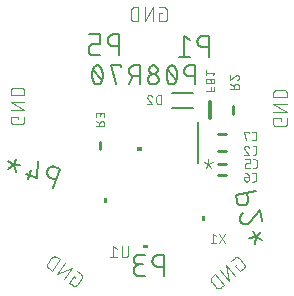
<source format=gbr>
G04 EAGLE Gerber RS-274X export*
G75*
%MOMM*%
%FSLAX34Y34*%
%LPD*%
%INSilkscreen Bottom*%
%IPPOS*%
%AMOC8*
5,1,8,0,0,1.08239X$1,22.5*%
G01*
%ADD10C,0.152400*%
%ADD11C,0.101600*%
%ADD12C,0.076200*%
%ADD13C,0.254000*%
%ADD14C,0.304800*%
%ADD15C,0.150000*%

G36*
X-5834Y5082D02*
X-5834Y5082D01*
X-5831Y5081D01*
X-5788Y5101D01*
X-5745Y5119D01*
X-5744Y5121D01*
X-5742Y5122D01*
X-5709Y5207D01*
X-5709Y7747D01*
X-5710Y7749D01*
X-5709Y7751D01*
X-5729Y7794D01*
X-5748Y7838D01*
X-5750Y7838D01*
X-5751Y7840D01*
X-5836Y7873D01*
X-9646Y7873D01*
X-9648Y7872D01*
X-9650Y7873D01*
X-9693Y7853D01*
X-9736Y7835D01*
X-9737Y7833D01*
X-9739Y7832D01*
X-9772Y7747D01*
X-9772Y5207D01*
X-9771Y5205D01*
X-9772Y5203D01*
X-9752Y5160D01*
X-9733Y5116D01*
X-9731Y5116D01*
X-9730Y5114D01*
X-9646Y5081D01*
X-5836Y5081D01*
X-5834Y5082D01*
G37*
G36*
X-35368Y-39456D02*
X-35368Y-39456D01*
X-35365Y-39457D01*
X-35322Y-39437D01*
X-35279Y-39419D01*
X-35278Y-39417D01*
X-35276Y-39416D01*
X-35243Y-39331D01*
X-35243Y-35521D01*
X-35244Y-35519D01*
X-35243Y-35517D01*
X-35263Y-35474D01*
X-35282Y-35430D01*
X-35284Y-35430D01*
X-35285Y-35428D01*
X-35370Y-35395D01*
X-37910Y-35395D01*
X-37912Y-35396D01*
X-37914Y-35395D01*
X-37957Y-35415D01*
X-38000Y-35433D01*
X-38001Y-35435D01*
X-38003Y-35436D01*
X-38036Y-35521D01*
X-38036Y-39331D01*
X-38035Y-39333D01*
X-38036Y-39335D01*
X-38016Y-39378D01*
X-37997Y-39422D01*
X-37995Y-39422D01*
X-37994Y-39424D01*
X-37910Y-39457D01*
X-35370Y-39457D01*
X-35368Y-39456D01*
G37*
G36*
X47437Y-54459D02*
X47437Y-54459D01*
X47439Y-54460D01*
X47482Y-54440D01*
X47525Y-54422D01*
X47526Y-54420D01*
X47528Y-54419D01*
X47561Y-54334D01*
X47561Y-50524D01*
X47560Y-50522D01*
X47561Y-50520D01*
X47541Y-50477D01*
X47522Y-50433D01*
X47520Y-50433D01*
X47519Y-50431D01*
X47435Y-50398D01*
X44895Y-50398D01*
X44893Y-50399D01*
X44890Y-50398D01*
X44847Y-50418D01*
X44804Y-50436D01*
X44803Y-50438D01*
X44801Y-50439D01*
X44768Y-50524D01*
X44768Y-54334D01*
X44769Y-54336D01*
X44768Y-54338D01*
X44788Y-54381D01*
X44807Y-54425D01*
X44809Y-54425D01*
X44810Y-54427D01*
X44895Y-54460D01*
X47435Y-54460D01*
X47437Y-54459D01*
G37*
G36*
X-833Y-77722D02*
X-833Y-77722D01*
X-830Y-77723D01*
X-787Y-77703D01*
X-744Y-77685D01*
X-743Y-77683D01*
X-741Y-77682D01*
X-708Y-77597D01*
X-708Y-75057D01*
X-709Y-75055D01*
X-708Y-75053D01*
X-728Y-75010D01*
X-747Y-74966D01*
X-749Y-74966D01*
X-750Y-74964D01*
X-835Y-74931D01*
X-4645Y-74931D01*
X-4647Y-74932D01*
X-4649Y-74931D01*
X-4692Y-74951D01*
X-4735Y-74969D01*
X-4736Y-74971D01*
X-4738Y-74972D01*
X-4771Y-75057D01*
X-4771Y-77597D01*
X-4770Y-77599D01*
X-4771Y-77601D01*
X-4751Y-77644D01*
X-4732Y-77688D01*
X-4730Y-77688D01*
X-4729Y-77690D01*
X-4645Y-77723D01*
X-835Y-77723D01*
X-833Y-77722D01*
G37*
D10*
X38926Y61087D02*
X38926Y77343D01*
X34410Y77343D01*
X34277Y77341D01*
X34145Y77335D01*
X34013Y77325D01*
X33881Y77312D01*
X33749Y77294D01*
X33619Y77273D01*
X33488Y77248D01*
X33359Y77219D01*
X33231Y77186D01*
X33103Y77150D01*
X32977Y77110D01*
X32852Y77066D01*
X32728Y77018D01*
X32606Y76967D01*
X32485Y76912D01*
X32366Y76854D01*
X32248Y76792D01*
X32133Y76727D01*
X32019Y76658D01*
X31908Y76587D01*
X31799Y76511D01*
X31692Y76433D01*
X31587Y76352D01*
X31485Y76267D01*
X31385Y76180D01*
X31288Y76090D01*
X31193Y75997D01*
X31102Y75901D01*
X31013Y75803D01*
X30927Y75702D01*
X30844Y75598D01*
X30764Y75492D01*
X30688Y75384D01*
X30614Y75274D01*
X30544Y75161D01*
X30477Y75047D01*
X30414Y74930D01*
X30354Y74812D01*
X30297Y74692D01*
X30244Y74570D01*
X30195Y74447D01*
X30149Y74323D01*
X30107Y74197D01*
X30069Y74070D01*
X30034Y73942D01*
X30003Y73813D01*
X29976Y73684D01*
X29953Y73553D01*
X29933Y73422D01*
X29918Y73290D01*
X29906Y73158D01*
X29898Y73026D01*
X29894Y72893D01*
X29894Y72761D01*
X29898Y72628D01*
X29906Y72496D01*
X29918Y72364D01*
X29933Y72232D01*
X29953Y72101D01*
X29976Y71970D01*
X30003Y71841D01*
X30034Y71712D01*
X30069Y71584D01*
X30107Y71457D01*
X30149Y71331D01*
X30195Y71207D01*
X30244Y71084D01*
X30297Y70962D01*
X30354Y70842D01*
X30414Y70724D01*
X30477Y70607D01*
X30544Y70493D01*
X30614Y70380D01*
X30688Y70270D01*
X30764Y70162D01*
X30844Y70056D01*
X30927Y69952D01*
X31013Y69851D01*
X31102Y69753D01*
X31193Y69657D01*
X31288Y69564D01*
X31385Y69474D01*
X31485Y69387D01*
X31587Y69302D01*
X31692Y69221D01*
X31799Y69143D01*
X31908Y69067D01*
X32019Y68996D01*
X32133Y68927D01*
X32248Y68862D01*
X32366Y68800D01*
X32485Y68742D01*
X32606Y68687D01*
X32728Y68636D01*
X32852Y68588D01*
X32977Y68544D01*
X33103Y68504D01*
X33231Y68468D01*
X33359Y68435D01*
X33488Y68406D01*
X33619Y68381D01*
X33749Y68360D01*
X33881Y68342D01*
X34013Y68329D01*
X34145Y68319D01*
X34277Y68313D01*
X34410Y68311D01*
X34410Y68312D02*
X38926Y68312D01*
X24026Y69215D02*
X24022Y69535D01*
X24011Y69854D01*
X23992Y70174D01*
X23965Y70492D01*
X23931Y70810D01*
X23889Y71127D01*
X23839Y71443D01*
X23782Y71758D01*
X23718Y72071D01*
X23646Y72383D01*
X23567Y72693D01*
X23480Y73000D01*
X23386Y73306D01*
X23285Y73609D01*
X23176Y73910D01*
X23061Y74208D01*
X22938Y74504D01*
X22808Y74796D01*
X22671Y75085D01*
X22672Y75086D02*
X22633Y75194D01*
X22590Y75301D01*
X22544Y75406D01*
X22493Y75510D01*
X22440Y75612D01*
X22383Y75712D01*
X22322Y75810D01*
X22258Y75905D01*
X22191Y75999D01*
X22120Y76090D01*
X22047Y76179D01*
X21970Y76265D01*
X21891Y76348D01*
X21809Y76429D01*
X21724Y76507D01*
X21636Y76581D01*
X21546Y76653D01*
X21454Y76721D01*
X21359Y76787D01*
X21262Y76849D01*
X21163Y76907D01*
X21061Y76963D01*
X20959Y77014D01*
X20854Y77062D01*
X20748Y77107D01*
X20640Y77148D01*
X20531Y77185D01*
X20421Y77218D01*
X20309Y77247D01*
X20197Y77273D01*
X20084Y77295D01*
X19970Y77312D01*
X19856Y77326D01*
X19741Y77336D01*
X19626Y77342D01*
X19511Y77344D01*
X19511Y77343D02*
X19396Y77341D01*
X19281Y77335D01*
X19166Y77325D01*
X19052Y77311D01*
X18938Y77294D01*
X18825Y77272D01*
X18713Y77246D01*
X18601Y77217D01*
X18491Y77184D01*
X18382Y77147D01*
X18274Y77106D01*
X18168Y77061D01*
X18064Y77013D01*
X17961Y76962D01*
X17860Y76906D01*
X17760Y76848D01*
X17663Y76786D01*
X17569Y76721D01*
X17476Y76652D01*
X17386Y76580D01*
X17298Y76506D01*
X17213Y76428D01*
X17131Y76347D01*
X17052Y76264D01*
X16975Y76178D01*
X16902Y76089D01*
X16831Y75998D01*
X16764Y75904D01*
X16700Y75809D01*
X16639Y75711D01*
X16582Y75611D01*
X16529Y75509D01*
X16478Y75405D01*
X16432Y75300D01*
X16389Y75193D01*
X16350Y75085D01*
X16213Y74796D01*
X16083Y74504D01*
X15960Y74208D01*
X15845Y73910D01*
X15736Y73609D01*
X15635Y73306D01*
X15541Y73000D01*
X15454Y72693D01*
X15375Y72383D01*
X15303Y72071D01*
X15239Y71758D01*
X15182Y71443D01*
X15132Y71127D01*
X15090Y70810D01*
X15056Y70492D01*
X15029Y70174D01*
X15010Y69854D01*
X14999Y69535D01*
X14995Y69215D01*
X24026Y69215D02*
X24022Y68895D01*
X24011Y68576D01*
X23992Y68256D01*
X23965Y67938D01*
X23931Y67620D01*
X23889Y67303D01*
X23839Y66987D01*
X23782Y66672D01*
X23718Y66359D01*
X23646Y66047D01*
X23567Y65737D01*
X23480Y65430D01*
X23386Y65124D01*
X23285Y64821D01*
X23176Y64520D01*
X23061Y64222D01*
X22938Y63926D01*
X22808Y63634D01*
X22671Y63345D01*
X22672Y63345D02*
X22633Y63237D01*
X22590Y63130D01*
X22544Y63025D01*
X22493Y62921D01*
X22440Y62819D01*
X22383Y62719D01*
X22322Y62621D01*
X22258Y62526D01*
X22191Y62432D01*
X22120Y62341D01*
X22047Y62252D01*
X21970Y62166D01*
X21891Y62083D01*
X21809Y62002D01*
X21724Y61924D01*
X21636Y61850D01*
X21546Y61778D01*
X21453Y61709D01*
X21359Y61644D01*
X21262Y61582D01*
X21162Y61524D01*
X21061Y61468D01*
X20959Y61417D01*
X20854Y61369D01*
X20748Y61324D01*
X20640Y61283D01*
X20531Y61246D01*
X20421Y61213D01*
X20309Y61184D01*
X20197Y61158D01*
X20084Y61136D01*
X19970Y61119D01*
X19856Y61105D01*
X19741Y61095D01*
X19626Y61089D01*
X19511Y61087D01*
X16351Y63345D02*
X16214Y63634D01*
X16084Y63926D01*
X15961Y64222D01*
X15846Y64520D01*
X15737Y64821D01*
X15636Y65124D01*
X15542Y65430D01*
X15455Y65737D01*
X15376Y66047D01*
X15304Y66359D01*
X15240Y66672D01*
X15183Y66987D01*
X15133Y67303D01*
X15091Y67620D01*
X15057Y67938D01*
X15030Y68256D01*
X15011Y68576D01*
X15000Y68895D01*
X14996Y69215D01*
X16350Y63345D02*
X16389Y63237D01*
X16432Y63130D01*
X16478Y63025D01*
X16529Y62921D01*
X16582Y62819D01*
X16640Y62719D01*
X16700Y62621D01*
X16764Y62526D01*
X16831Y62432D01*
X16902Y62341D01*
X16975Y62252D01*
X17052Y62166D01*
X17131Y62083D01*
X17213Y62002D01*
X17298Y61924D01*
X17386Y61850D01*
X17476Y61778D01*
X17569Y61709D01*
X17663Y61644D01*
X17760Y61582D01*
X17860Y61524D01*
X17961Y61468D01*
X18064Y61417D01*
X18168Y61369D01*
X18274Y61324D01*
X18382Y61283D01*
X18491Y61246D01*
X18601Y61213D01*
X18713Y61184D01*
X18825Y61158D01*
X18938Y61136D01*
X19052Y61119D01*
X19166Y61105D01*
X19281Y61095D01*
X19396Y61089D01*
X19511Y61087D01*
X23123Y64699D02*
X15898Y73731D01*
X8396Y65603D02*
X8394Y65736D01*
X8388Y65868D01*
X8378Y66000D01*
X8365Y66132D01*
X8347Y66264D01*
X8326Y66394D01*
X8301Y66525D01*
X8272Y66654D01*
X8239Y66782D01*
X8203Y66910D01*
X8163Y67036D01*
X8119Y67161D01*
X8071Y67285D01*
X8020Y67407D01*
X7965Y67528D01*
X7907Y67647D01*
X7845Y67765D01*
X7780Y67880D01*
X7711Y67994D01*
X7640Y68105D01*
X7564Y68214D01*
X7486Y68321D01*
X7405Y68426D01*
X7320Y68528D01*
X7233Y68628D01*
X7143Y68725D01*
X7050Y68820D01*
X6954Y68911D01*
X6856Y69000D01*
X6755Y69086D01*
X6651Y69169D01*
X6545Y69249D01*
X6437Y69325D01*
X6327Y69399D01*
X6214Y69469D01*
X6100Y69536D01*
X5983Y69599D01*
X5865Y69659D01*
X5745Y69716D01*
X5623Y69769D01*
X5500Y69818D01*
X5376Y69864D01*
X5250Y69906D01*
X5123Y69944D01*
X4995Y69979D01*
X4866Y70010D01*
X4737Y70037D01*
X4606Y70060D01*
X4475Y70080D01*
X4343Y70095D01*
X4211Y70107D01*
X4079Y70115D01*
X3946Y70119D01*
X3814Y70119D01*
X3681Y70115D01*
X3549Y70107D01*
X3417Y70095D01*
X3285Y70080D01*
X3154Y70060D01*
X3023Y70037D01*
X2894Y70010D01*
X2765Y69979D01*
X2637Y69944D01*
X2510Y69906D01*
X2384Y69864D01*
X2260Y69818D01*
X2137Y69769D01*
X2015Y69716D01*
X1895Y69659D01*
X1777Y69599D01*
X1660Y69536D01*
X1546Y69469D01*
X1433Y69399D01*
X1323Y69325D01*
X1215Y69249D01*
X1109Y69169D01*
X1005Y69086D01*
X904Y69000D01*
X806Y68911D01*
X710Y68820D01*
X617Y68725D01*
X527Y68628D01*
X440Y68528D01*
X355Y68426D01*
X274Y68321D01*
X196Y68214D01*
X120Y68105D01*
X49Y67994D01*
X-20Y67880D01*
X-85Y67765D01*
X-147Y67647D01*
X-205Y67528D01*
X-260Y67407D01*
X-311Y67285D01*
X-359Y67161D01*
X-403Y67036D01*
X-443Y66910D01*
X-479Y66782D01*
X-512Y66654D01*
X-541Y66525D01*
X-566Y66394D01*
X-587Y66264D01*
X-605Y66132D01*
X-618Y66000D01*
X-628Y65868D01*
X-634Y65736D01*
X-636Y65603D01*
X-634Y65470D01*
X-628Y65338D01*
X-618Y65206D01*
X-605Y65074D01*
X-587Y64942D01*
X-566Y64812D01*
X-541Y64681D01*
X-512Y64552D01*
X-479Y64424D01*
X-443Y64296D01*
X-403Y64170D01*
X-359Y64045D01*
X-311Y63921D01*
X-260Y63799D01*
X-205Y63678D01*
X-147Y63559D01*
X-85Y63441D01*
X-20Y63326D01*
X49Y63212D01*
X120Y63101D01*
X196Y62992D01*
X274Y62885D01*
X355Y62780D01*
X440Y62678D01*
X527Y62578D01*
X617Y62481D01*
X710Y62386D01*
X806Y62295D01*
X904Y62206D01*
X1005Y62120D01*
X1109Y62037D01*
X1215Y61957D01*
X1323Y61881D01*
X1433Y61807D01*
X1546Y61737D01*
X1660Y61670D01*
X1777Y61607D01*
X1895Y61547D01*
X2015Y61490D01*
X2137Y61437D01*
X2260Y61388D01*
X2384Y61342D01*
X2510Y61300D01*
X2637Y61262D01*
X2765Y61227D01*
X2894Y61196D01*
X3023Y61169D01*
X3154Y61146D01*
X3285Y61126D01*
X3417Y61111D01*
X3549Y61099D01*
X3681Y61091D01*
X3814Y61087D01*
X3946Y61087D01*
X4079Y61091D01*
X4211Y61099D01*
X4343Y61111D01*
X4475Y61126D01*
X4606Y61146D01*
X4737Y61169D01*
X4866Y61196D01*
X4995Y61227D01*
X5123Y61262D01*
X5250Y61300D01*
X5376Y61342D01*
X5500Y61388D01*
X5623Y61437D01*
X5745Y61490D01*
X5865Y61547D01*
X5983Y61607D01*
X6100Y61670D01*
X6214Y61737D01*
X6327Y61807D01*
X6437Y61881D01*
X6545Y61957D01*
X6651Y62037D01*
X6755Y62120D01*
X6856Y62206D01*
X6954Y62295D01*
X7050Y62386D01*
X7143Y62481D01*
X7233Y62578D01*
X7320Y62678D01*
X7405Y62780D01*
X7486Y62885D01*
X7564Y62992D01*
X7640Y63101D01*
X7711Y63212D01*
X7780Y63326D01*
X7845Y63441D01*
X7907Y63559D01*
X7965Y63678D01*
X8020Y63799D01*
X8071Y63921D01*
X8119Y64045D01*
X8163Y64170D01*
X8203Y64296D01*
X8239Y64424D01*
X8272Y64552D01*
X8301Y64681D01*
X8326Y64812D01*
X8347Y64942D01*
X8365Y65074D01*
X8378Y65206D01*
X8388Y65338D01*
X8394Y65470D01*
X8396Y65603D01*
X7492Y73731D02*
X7490Y73850D01*
X7484Y73970D01*
X7474Y74089D01*
X7460Y74207D01*
X7443Y74326D01*
X7421Y74443D01*
X7396Y74560D01*
X7366Y74675D01*
X7333Y74790D01*
X7296Y74904D01*
X7256Y75016D01*
X7211Y75127D01*
X7163Y75236D01*
X7112Y75344D01*
X7057Y75450D01*
X6998Y75554D01*
X6936Y75656D01*
X6871Y75756D01*
X6802Y75854D01*
X6730Y75950D01*
X6655Y76043D01*
X6578Y76133D01*
X6497Y76221D01*
X6413Y76306D01*
X6326Y76388D01*
X6237Y76468D01*
X6145Y76544D01*
X6051Y76618D01*
X5954Y76688D01*
X5856Y76755D01*
X5755Y76819D01*
X5651Y76879D01*
X5546Y76936D01*
X5439Y76989D01*
X5331Y77039D01*
X5221Y77085D01*
X5109Y77127D01*
X4996Y77166D01*
X4882Y77201D01*
X4767Y77232D01*
X4650Y77260D01*
X4533Y77283D01*
X4416Y77303D01*
X4297Y77319D01*
X4178Y77331D01*
X4059Y77339D01*
X3940Y77343D01*
X3820Y77343D01*
X3701Y77339D01*
X3582Y77331D01*
X3463Y77319D01*
X3344Y77303D01*
X3227Y77283D01*
X3110Y77260D01*
X2993Y77232D01*
X2878Y77201D01*
X2764Y77166D01*
X2651Y77127D01*
X2539Y77085D01*
X2429Y77039D01*
X2321Y76989D01*
X2214Y76936D01*
X2109Y76879D01*
X2005Y76819D01*
X1904Y76755D01*
X1806Y76688D01*
X1709Y76618D01*
X1615Y76544D01*
X1523Y76468D01*
X1434Y76388D01*
X1347Y76306D01*
X1263Y76221D01*
X1182Y76133D01*
X1105Y76043D01*
X1030Y75950D01*
X958Y75854D01*
X889Y75756D01*
X824Y75656D01*
X762Y75554D01*
X703Y75450D01*
X648Y75344D01*
X597Y75236D01*
X549Y75127D01*
X504Y75016D01*
X464Y74904D01*
X427Y74790D01*
X394Y74675D01*
X364Y74560D01*
X339Y74443D01*
X317Y74326D01*
X300Y74207D01*
X286Y74089D01*
X276Y73970D01*
X270Y73850D01*
X268Y73731D01*
X270Y73612D01*
X276Y73492D01*
X286Y73373D01*
X300Y73255D01*
X317Y73136D01*
X339Y73019D01*
X364Y72902D01*
X394Y72787D01*
X427Y72672D01*
X464Y72558D01*
X504Y72446D01*
X549Y72335D01*
X597Y72226D01*
X648Y72118D01*
X703Y72012D01*
X762Y71908D01*
X824Y71806D01*
X889Y71706D01*
X958Y71608D01*
X1030Y71512D01*
X1105Y71419D01*
X1182Y71329D01*
X1263Y71241D01*
X1347Y71156D01*
X1434Y71074D01*
X1523Y70994D01*
X1615Y70918D01*
X1709Y70844D01*
X1806Y70774D01*
X1904Y70707D01*
X2005Y70643D01*
X2109Y70583D01*
X2214Y70526D01*
X2321Y70473D01*
X2429Y70423D01*
X2539Y70377D01*
X2651Y70335D01*
X2764Y70296D01*
X2878Y70261D01*
X2993Y70230D01*
X3110Y70202D01*
X3227Y70179D01*
X3344Y70159D01*
X3463Y70143D01*
X3582Y70131D01*
X3701Y70123D01*
X3820Y70119D01*
X3940Y70119D01*
X4059Y70123D01*
X4178Y70131D01*
X4297Y70143D01*
X4416Y70159D01*
X4533Y70179D01*
X4650Y70202D01*
X4767Y70230D01*
X4882Y70261D01*
X4996Y70296D01*
X5109Y70335D01*
X5221Y70377D01*
X5331Y70423D01*
X5439Y70473D01*
X5546Y70526D01*
X5651Y70583D01*
X5755Y70643D01*
X5856Y70707D01*
X5954Y70774D01*
X6051Y70844D01*
X6145Y70918D01*
X6237Y70994D01*
X6326Y71074D01*
X6413Y71156D01*
X6497Y71241D01*
X6578Y71329D01*
X6655Y71419D01*
X6730Y71512D01*
X6802Y71608D01*
X6871Y71706D01*
X6936Y71806D01*
X6998Y71908D01*
X7057Y72012D01*
X7112Y72118D01*
X7163Y72226D01*
X7211Y72335D01*
X7256Y72446D01*
X7296Y72558D01*
X7333Y72672D01*
X7366Y72787D01*
X7396Y72902D01*
X7421Y73019D01*
X7443Y73136D01*
X7460Y73255D01*
X7474Y73373D01*
X7484Y73492D01*
X7490Y73612D01*
X7492Y73731D01*
X-7849Y77343D02*
X-7849Y61087D01*
X-7849Y77343D02*
X-12364Y77343D01*
X-12497Y77341D01*
X-12629Y77335D01*
X-12761Y77325D01*
X-12893Y77312D01*
X-13025Y77294D01*
X-13155Y77273D01*
X-13286Y77248D01*
X-13415Y77219D01*
X-13543Y77186D01*
X-13671Y77150D01*
X-13797Y77110D01*
X-13922Y77066D01*
X-14046Y77018D01*
X-14168Y76967D01*
X-14289Y76912D01*
X-14408Y76854D01*
X-14526Y76792D01*
X-14641Y76727D01*
X-14755Y76658D01*
X-14866Y76587D01*
X-14975Y76511D01*
X-15082Y76433D01*
X-15187Y76352D01*
X-15289Y76267D01*
X-15389Y76180D01*
X-15486Y76090D01*
X-15581Y75997D01*
X-15672Y75901D01*
X-15761Y75803D01*
X-15847Y75702D01*
X-15930Y75598D01*
X-16010Y75492D01*
X-16086Y75384D01*
X-16160Y75274D01*
X-16230Y75161D01*
X-16297Y75047D01*
X-16360Y74930D01*
X-16420Y74812D01*
X-16477Y74692D01*
X-16530Y74570D01*
X-16579Y74447D01*
X-16625Y74323D01*
X-16667Y74197D01*
X-16705Y74070D01*
X-16740Y73942D01*
X-16771Y73813D01*
X-16798Y73684D01*
X-16821Y73553D01*
X-16841Y73422D01*
X-16856Y73290D01*
X-16868Y73158D01*
X-16876Y73026D01*
X-16880Y72893D01*
X-16880Y72761D01*
X-16876Y72628D01*
X-16868Y72496D01*
X-16856Y72364D01*
X-16841Y72232D01*
X-16821Y72101D01*
X-16798Y71970D01*
X-16771Y71841D01*
X-16740Y71712D01*
X-16705Y71584D01*
X-16667Y71457D01*
X-16625Y71331D01*
X-16579Y71207D01*
X-16530Y71084D01*
X-16477Y70962D01*
X-16420Y70842D01*
X-16360Y70724D01*
X-16297Y70607D01*
X-16230Y70493D01*
X-16160Y70380D01*
X-16086Y70270D01*
X-16010Y70162D01*
X-15930Y70056D01*
X-15847Y69952D01*
X-15761Y69851D01*
X-15672Y69753D01*
X-15581Y69657D01*
X-15486Y69564D01*
X-15389Y69474D01*
X-15289Y69387D01*
X-15187Y69302D01*
X-15082Y69221D01*
X-14975Y69143D01*
X-14866Y69067D01*
X-14755Y68996D01*
X-14641Y68927D01*
X-14526Y68862D01*
X-14408Y68800D01*
X-14289Y68742D01*
X-14168Y68687D01*
X-14046Y68636D01*
X-13922Y68588D01*
X-13797Y68544D01*
X-13671Y68504D01*
X-13543Y68468D01*
X-13415Y68435D01*
X-13286Y68406D01*
X-13155Y68381D01*
X-13025Y68360D01*
X-12893Y68342D01*
X-12761Y68329D01*
X-12629Y68319D01*
X-12497Y68313D01*
X-12364Y68311D01*
X-12364Y68312D02*
X-7849Y68312D01*
X-13267Y68312D02*
X-16880Y61087D01*
X-23388Y75537D02*
X-23388Y77343D01*
X-32420Y77343D01*
X-27904Y61087D01*
X-39020Y69215D02*
X-39024Y69535D01*
X-39035Y69854D01*
X-39054Y70174D01*
X-39081Y70492D01*
X-39115Y70810D01*
X-39157Y71127D01*
X-39207Y71443D01*
X-39264Y71758D01*
X-39328Y72071D01*
X-39400Y72383D01*
X-39479Y72693D01*
X-39566Y73000D01*
X-39660Y73306D01*
X-39761Y73609D01*
X-39870Y73910D01*
X-39985Y74208D01*
X-40108Y74504D01*
X-40238Y74796D01*
X-40375Y75085D01*
X-40374Y75086D02*
X-40413Y75194D01*
X-40456Y75301D01*
X-40502Y75406D01*
X-40553Y75510D01*
X-40606Y75612D01*
X-40663Y75712D01*
X-40724Y75810D01*
X-40788Y75905D01*
X-40855Y75999D01*
X-40926Y76090D01*
X-40999Y76179D01*
X-41076Y76265D01*
X-41155Y76348D01*
X-41237Y76429D01*
X-41322Y76507D01*
X-41410Y76581D01*
X-41500Y76653D01*
X-41592Y76721D01*
X-41687Y76787D01*
X-41784Y76849D01*
X-41883Y76907D01*
X-41985Y76963D01*
X-42087Y77014D01*
X-42192Y77062D01*
X-42298Y77107D01*
X-42406Y77148D01*
X-42515Y77185D01*
X-42625Y77218D01*
X-42737Y77247D01*
X-42849Y77273D01*
X-42962Y77295D01*
X-43076Y77312D01*
X-43190Y77326D01*
X-43305Y77336D01*
X-43420Y77342D01*
X-43535Y77344D01*
X-43535Y77343D02*
X-43650Y77341D01*
X-43765Y77335D01*
X-43880Y77325D01*
X-43994Y77311D01*
X-44108Y77294D01*
X-44221Y77272D01*
X-44333Y77246D01*
X-44445Y77217D01*
X-44555Y77184D01*
X-44664Y77147D01*
X-44772Y77106D01*
X-44878Y77061D01*
X-44983Y77013D01*
X-45085Y76962D01*
X-45186Y76906D01*
X-45286Y76848D01*
X-45383Y76786D01*
X-45477Y76721D01*
X-45570Y76652D01*
X-45660Y76580D01*
X-45748Y76506D01*
X-45833Y76428D01*
X-45915Y76347D01*
X-45994Y76264D01*
X-46071Y76178D01*
X-46144Y76089D01*
X-46215Y75998D01*
X-46282Y75904D01*
X-46346Y75809D01*
X-46407Y75711D01*
X-46464Y75611D01*
X-46517Y75509D01*
X-46568Y75405D01*
X-46614Y75300D01*
X-46657Y75193D01*
X-46696Y75085D01*
X-46833Y74796D01*
X-46963Y74504D01*
X-47086Y74208D01*
X-47201Y73910D01*
X-47310Y73609D01*
X-47411Y73306D01*
X-47505Y73000D01*
X-47592Y72693D01*
X-47671Y72383D01*
X-47743Y72071D01*
X-47807Y71758D01*
X-47864Y71443D01*
X-47914Y71127D01*
X-47956Y70810D01*
X-47990Y70492D01*
X-48017Y70174D01*
X-48036Y69854D01*
X-48047Y69535D01*
X-48051Y69215D01*
X-39020Y69215D02*
X-39024Y68895D01*
X-39035Y68576D01*
X-39054Y68256D01*
X-39081Y67938D01*
X-39115Y67620D01*
X-39157Y67303D01*
X-39207Y66987D01*
X-39264Y66672D01*
X-39328Y66359D01*
X-39400Y66047D01*
X-39479Y65737D01*
X-39566Y65430D01*
X-39660Y65124D01*
X-39761Y64821D01*
X-39870Y64520D01*
X-39985Y64222D01*
X-40108Y63926D01*
X-40238Y63634D01*
X-40375Y63345D01*
X-40374Y63345D02*
X-40413Y63237D01*
X-40456Y63130D01*
X-40502Y63025D01*
X-40553Y62921D01*
X-40606Y62819D01*
X-40663Y62719D01*
X-40724Y62621D01*
X-40788Y62526D01*
X-40855Y62432D01*
X-40926Y62341D01*
X-40999Y62252D01*
X-41076Y62166D01*
X-41155Y62083D01*
X-41237Y62002D01*
X-41322Y61924D01*
X-41410Y61850D01*
X-41500Y61778D01*
X-41593Y61709D01*
X-41687Y61644D01*
X-41784Y61582D01*
X-41884Y61524D01*
X-41985Y61468D01*
X-42087Y61417D01*
X-42192Y61369D01*
X-42298Y61324D01*
X-42406Y61283D01*
X-42515Y61246D01*
X-42625Y61213D01*
X-42737Y61184D01*
X-42849Y61158D01*
X-42962Y61136D01*
X-43076Y61119D01*
X-43190Y61105D01*
X-43305Y61095D01*
X-43420Y61089D01*
X-43535Y61087D01*
X-46695Y63345D02*
X-46832Y63634D01*
X-46962Y63926D01*
X-47085Y64222D01*
X-47200Y64520D01*
X-47309Y64821D01*
X-47410Y65124D01*
X-47504Y65430D01*
X-47591Y65737D01*
X-47670Y66047D01*
X-47742Y66359D01*
X-47806Y66672D01*
X-47863Y66987D01*
X-47913Y67303D01*
X-47955Y67620D01*
X-47989Y67938D01*
X-48016Y68256D01*
X-48035Y68576D01*
X-48046Y68895D01*
X-48050Y69215D01*
X-46696Y63345D02*
X-46657Y63237D01*
X-46614Y63130D01*
X-46568Y63025D01*
X-46517Y62921D01*
X-46464Y62819D01*
X-46407Y62719D01*
X-46346Y62621D01*
X-46282Y62526D01*
X-46215Y62432D01*
X-46144Y62341D01*
X-46071Y62252D01*
X-45994Y62166D01*
X-45915Y62083D01*
X-45833Y62002D01*
X-45748Y61924D01*
X-45660Y61850D01*
X-45570Y61778D01*
X-45477Y61709D01*
X-45383Y61644D01*
X-45286Y61582D01*
X-45186Y61524D01*
X-45085Y61468D01*
X-44982Y61417D01*
X-44878Y61369D01*
X-44772Y61324D01*
X-44664Y61283D01*
X-44555Y61246D01*
X-44445Y61213D01*
X-44333Y61184D01*
X-44221Y61158D01*
X-44108Y61136D01*
X-43994Y61119D01*
X-43880Y61105D01*
X-43765Y61095D01*
X-43650Y61089D01*
X-43535Y61087D01*
X-39923Y64699D02*
X-47148Y73731D01*
D11*
X-63737Y-101437D02*
X-62142Y-102554D01*
X-63737Y-101437D02*
X-67460Y-106754D01*
X-64270Y-108988D01*
X-64269Y-108988D02*
X-64186Y-109043D01*
X-64102Y-109095D01*
X-64015Y-109144D01*
X-63927Y-109190D01*
X-63837Y-109232D01*
X-63745Y-109271D01*
X-63652Y-109306D01*
X-63558Y-109338D01*
X-63463Y-109366D01*
X-63366Y-109390D01*
X-63269Y-109411D01*
X-63171Y-109427D01*
X-63072Y-109440D01*
X-62973Y-109450D01*
X-62874Y-109455D01*
X-62774Y-109457D01*
X-62675Y-109455D01*
X-62576Y-109449D01*
X-62477Y-109439D01*
X-62378Y-109426D01*
X-62280Y-109408D01*
X-62183Y-109387D01*
X-62087Y-109363D01*
X-61991Y-109334D01*
X-61897Y-109302D01*
X-61804Y-109267D01*
X-61713Y-109228D01*
X-61623Y-109185D01*
X-61535Y-109139D01*
X-61449Y-109090D01*
X-61364Y-109037D01*
X-61282Y-108981D01*
X-61202Y-108922D01*
X-61124Y-108860D01*
X-61049Y-108795D01*
X-60976Y-108728D01*
X-60906Y-108657D01*
X-60838Y-108584D01*
X-60774Y-108508D01*
X-60712Y-108430D01*
X-60653Y-108350D01*
X-60653Y-108351D02*
X-56930Y-103033D01*
X-56930Y-103034D02*
X-56874Y-102951D01*
X-56822Y-102866D01*
X-56773Y-102780D01*
X-56727Y-102691D01*
X-56685Y-102601D01*
X-56646Y-102510D01*
X-56611Y-102417D01*
X-56579Y-102322D01*
X-56551Y-102227D01*
X-56527Y-102130D01*
X-56506Y-102033D01*
X-56490Y-101935D01*
X-56477Y-101836D01*
X-56467Y-101737D01*
X-56462Y-101638D01*
X-56460Y-101538D01*
X-56462Y-101439D01*
X-56468Y-101340D01*
X-56478Y-101241D01*
X-56491Y-101142D01*
X-56509Y-101044D01*
X-56530Y-100947D01*
X-56554Y-100851D01*
X-56583Y-100755D01*
X-56615Y-100661D01*
X-56650Y-100568D01*
X-56689Y-100477D01*
X-56732Y-100387D01*
X-56778Y-100299D01*
X-56828Y-100212D01*
X-56880Y-100128D01*
X-56936Y-100045D01*
X-56995Y-99965D01*
X-57057Y-99887D01*
X-57122Y-99812D01*
X-57190Y-99739D01*
X-57260Y-99669D01*
X-57333Y-99602D01*
X-57409Y-99537D01*
X-57487Y-99475D01*
X-57567Y-99417D01*
X-57568Y-99417D02*
X-60758Y-97183D01*
X-65428Y-93913D02*
X-72130Y-103484D01*
X-77447Y-99761D02*
X-65428Y-93913D01*
X-70745Y-90190D02*
X-77447Y-99761D01*
X-82117Y-96491D02*
X-75415Y-86920D01*
X-78074Y-85059D01*
X-78073Y-85058D02*
X-78167Y-84995D01*
X-78263Y-84935D01*
X-78361Y-84878D01*
X-78461Y-84825D01*
X-78563Y-84775D01*
X-78667Y-84729D01*
X-78772Y-84687D01*
X-78878Y-84648D01*
X-78986Y-84613D01*
X-79095Y-84582D01*
X-79205Y-84554D01*
X-79316Y-84531D01*
X-79427Y-84511D01*
X-79539Y-84495D01*
X-79652Y-84483D01*
X-79765Y-84475D01*
X-79878Y-84471D01*
X-79992Y-84471D01*
X-80105Y-84475D01*
X-80218Y-84483D01*
X-80331Y-84495D01*
X-80443Y-84511D01*
X-80554Y-84531D01*
X-80665Y-84554D01*
X-80775Y-84582D01*
X-80884Y-84613D01*
X-80992Y-84648D01*
X-81098Y-84687D01*
X-81203Y-84729D01*
X-81307Y-84775D01*
X-81409Y-84825D01*
X-81509Y-84878D01*
X-81607Y-84935D01*
X-81703Y-84995D01*
X-81797Y-85058D01*
X-81888Y-85125D01*
X-81978Y-85194D01*
X-82065Y-85267D01*
X-82149Y-85343D01*
X-82230Y-85422D01*
X-82309Y-85503D01*
X-82385Y-85587D01*
X-82458Y-85674D01*
X-82527Y-85764D01*
X-82594Y-85855D01*
X-82594Y-85856D02*
X-85573Y-90110D01*
X-85573Y-90109D02*
X-85636Y-90203D01*
X-85696Y-90299D01*
X-85753Y-90397D01*
X-85806Y-90497D01*
X-85856Y-90599D01*
X-85902Y-90703D01*
X-85944Y-90808D01*
X-85983Y-90914D01*
X-86018Y-91022D01*
X-86049Y-91131D01*
X-86077Y-91241D01*
X-86100Y-91352D01*
X-86120Y-91463D01*
X-86136Y-91575D01*
X-86148Y-91688D01*
X-86156Y-91801D01*
X-86160Y-91914D01*
X-86160Y-92028D01*
X-86156Y-92141D01*
X-86148Y-92254D01*
X-86136Y-92367D01*
X-86120Y-92479D01*
X-86100Y-92590D01*
X-86077Y-92701D01*
X-86049Y-92811D01*
X-86018Y-92920D01*
X-85983Y-93028D01*
X-85944Y-93134D01*
X-85902Y-93239D01*
X-85856Y-93343D01*
X-85806Y-93445D01*
X-85753Y-93545D01*
X-85696Y-93643D01*
X-85636Y-93739D01*
X-85573Y-93833D01*
X-85506Y-93925D01*
X-85437Y-94014D01*
X-85364Y-94101D01*
X-85288Y-94185D01*
X-85209Y-94266D01*
X-85128Y-94345D01*
X-85044Y-94421D01*
X-84957Y-94494D01*
X-84867Y-94563D01*
X-84776Y-94630D01*
X-82117Y-96491D01*
X73111Y-92177D02*
X74603Y-90925D01*
X73111Y-92177D02*
X77284Y-97150D01*
X80267Y-94646D01*
X80342Y-94580D01*
X80414Y-94512D01*
X80484Y-94441D01*
X80551Y-94368D01*
X80615Y-94292D01*
X80676Y-94213D01*
X80734Y-94132D01*
X80789Y-94049D01*
X80841Y-93965D01*
X80889Y-93878D01*
X80934Y-93789D01*
X80976Y-93699D01*
X81014Y-93607D01*
X81049Y-93514D01*
X81080Y-93419D01*
X81107Y-93324D01*
X81131Y-93227D01*
X81151Y-93130D01*
X81167Y-93031D01*
X81179Y-92933D01*
X81188Y-92834D01*
X81193Y-92734D01*
X81194Y-92635D01*
X81191Y-92535D01*
X81185Y-92436D01*
X81174Y-92337D01*
X81160Y-92239D01*
X81142Y-92141D01*
X81121Y-92044D01*
X81095Y-91948D01*
X81066Y-91853D01*
X81034Y-91759D01*
X80997Y-91666D01*
X80958Y-91575D01*
X80915Y-91485D01*
X80868Y-91397D01*
X80818Y-91311D01*
X80765Y-91227D01*
X80709Y-91145D01*
X80649Y-91066D01*
X80587Y-90988D01*
X76415Y-86016D01*
X76350Y-85941D01*
X76282Y-85868D01*
X76211Y-85799D01*
X76137Y-85732D01*
X76061Y-85667D01*
X75983Y-85606D01*
X75902Y-85548D01*
X75819Y-85493D01*
X75734Y-85441D01*
X75647Y-85393D01*
X75558Y-85348D01*
X75468Y-85306D01*
X75376Y-85268D01*
X75283Y-85233D01*
X75188Y-85202D01*
X75093Y-85175D01*
X74996Y-85151D01*
X74899Y-85131D01*
X74801Y-85115D01*
X74702Y-85103D01*
X74603Y-85094D01*
X74503Y-85089D01*
X74404Y-85088D01*
X74304Y-85091D01*
X74205Y-85097D01*
X74106Y-85108D01*
X74008Y-85122D01*
X73910Y-85140D01*
X73813Y-85161D01*
X73717Y-85187D01*
X73621Y-85216D01*
X73527Y-85248D01*
X73435Y-85285D01*
X73344Y-85324D01*
X73254Y-85368D01*
X73166Y-85414D01*
X73080Y-85464D01*
X72996Y-85517D01*
X72914Y-85574D01*
X72834Y-85633D01*
X72757Y-85696D01*
X69773Y-88199D01*
X65406Y-91864D02*
X72917Y-100814D01*
X67944Y-104986D02*
X65406Y-91864D01*
X60434Y-96036D02*
X67944Y-104986D01*
X63577Y-108651D02*
X56067Y-99700D01*
X53580Y-101787D01*
X53581Y-101786D02*
X53495Y-101861D01*
X53412Y-101938D01*
X53332Y-102018D01*
X53255Y-102101D01*
X53180Y-102186D01*
X53109Y-102275D01*
X53041Y-102365D01*
X52976Y-102458D01*
X52914Y-102553D01*
X52856Y-102650D01*
X52801Y-102749D01*
X52750Y-102850D01*
X52702Y-102953D01*
X52657Y-103057D01*
X52617Y-103163D01*
X52580Y-103270D01*
X52547Y-103378D01*
X52517Y-103488D01*
X52492Y-103598D01*
X52470Y-103709D01*
X52453Y-103821D01*
X52439Y-103934D01*
X52429Y-104047D01*
X52423Y-104160D01*
X52421Y-104273D01*
X52423Y-104386D01*
X52429Y-104499D01*
X52439Y-104612D01*
X52453Y-104725D01*
X52470Y-104837D01*
X52492Y-104948D01*
X52517Y-105058D01*
X52547Y-105168D01*
X52580Y-105276D01*
X52617Y-105383D01*
X52657Y-105489D01*
X52702Y-105593D01*
X52750Y-105696D01*
X52801Y-105797D01*
X52856Y-105896D01*
X52914Y-105993D01*
X52976Y-106088D01*
X53041Y-106181D01*
X53109Y-106271D01*
X53180Y-106359D01*
X56518Y-110337D01*
X56593Y-110423D01*
X56670Y-110506D01*
X56750Y-110586D01*
X56833Y-110663D01*
X56919Y-110738D01*
X57007Y-110809D01*
X57097Y-110877D01*
X57190Y-110942D01*
X57285Y-111004D01*
X57382Y-111062D01*
X57481Y-111117D01*
X57582Y-111168D01*
X57685Y-111216D01*
X57789Y-111261D01*
X57895Y-111301D01*
X58002Y-111338D01*
X58110Y-111371D01*
X58220Y-111401D01*
X58330Y-111426D01*
X58441Y-111448D01*
X58553Y-111465D01*
X58666Y-111479D01*
X58779Y-111489D01*
X58892Y-111495D01*
X59005Y-111497D01*
X59118Y-111495D01*
X59231Y-111489D01*
X59344Y-111479D01*
X59457Y-111465D01*
X59569Y-111448D01*
X59680Y-111426D01*
X59790Y-111401D01*
X59900Y-111371D01*
X60008Y-111338D01*
X60115Y-111301D01*
X60221Y-111261D01*
X60325Y-111216D01*
X60428Y-111168D01*
X60529Y-111117D01*
X60628Y-111062D01*
X60725Y-111004D01*
X60820Y-110942D01*
X60913Y-110877D01*
X61003Y-110809D01*
X61092Y-110738D01*
X61091Y-110737D02*
X63577Y-108651D01*
X10894Y121299D02*
X8946Y121299D01*
X8946Y114808D01*
X12841Y114808D01*
X12940Y114810D01*
X13040Y114816D01*
X13139Y114825D01*
X13237Y114838D01*
X13335Y114855D01*
X13433Y114876D01*
X13529Y114901D01*
X13624Y114929D01*
X13718Y114961D01*
X13811Y114996D01*
X13903Y115035D01*
X13993Y115078D01*
X14081Y115123D01*
X14168Y115173D01*
X14252Y115225D01*
X14335Y115281D01*
X14415Y115339D01*
X14493Y115401D01*
X14568Y115466D01*
X14641Y115534D01*
X14711Y115604D01*
X14779Y115677D01*
X14844Y115752D01*
X14906Y115830D01*
X14964Y115910D01*
X15020Y115993D01*
X15072Y116077D01*
X15122Y116164D01*
X15167Y116252D01*
X15210Y116342D01*
X15249Y116434D01*
X15284Y116527D01*
X15316Y116621D01*
X15344Y116716D01*
X15369Y116812D01*
X15390Y116910D01*
X15407Y117008D01*
X15420Y117106D01*
X15429Y117205D01*
X15435Y117305D01*
X15437Y117404D01*
X15438Y117404D02*
X15438Y123896D01*
X15437Y123896D02*
X15435Y123995D01*
X15429Y124095D01*
X15420Y124194D01*
X15407Y124292D01*
X15390Y124390D01*
X15369Y124488D01*
X15344Y124584D01*
X15316Y124679D01*
X15284Y124773D01*
X15249Y124866D01*
X15210Y124958D01*
X15167Y125048D01*
X15122Y125136D01*
X15072Y125223D01*
X15020Y125307D01*
X14964Y125390D01*
X14906Y125470D01*
X14844Y125548D01*
X14779Y125623D01*
X14711Y125696D01*
X14641Y125766D01*
X14568Y125834D01*
X14493Y125899D01*
X14415Y125961D01*
X14335Y126019D01*
X14252Y126075D01*
X14168Y126127D01*
X14081Y126177D01*
X13993Y126222D01*
X13903Y126265D01*
X13811Y126304D01*
X13718Y126339D01*
X13624Y126371D01*
X13529Y126399D01*
X13433Y126424D01*
X13335Y126445D01*
X13237Y126462D01*
X13139Y126475D01*
X13040Y126484D01*
X12940Y126490D01*
X12841Y126492D01*
X8946Y126492D01*
X3246Y126492D02*
X3246Y114808D01*
X-3246Y114808D02*
X3246Y126492D01*
X-3246Y126492D02*
X-3246Y114808D01*
X-8946Y114808D02*
X-8946Y126492D01*
X-12192Y126492D01*
X-12305Y126490D01*
X-12418Y126484D01*
X-12531Y126474D01*
X-12644Y126460D01*
X-12756Y126443D01*
X-12867Y126421D01*
X-12977Y126396D01*
X-13087Y126366D01*
X-13195Y126333D01*
X-13302Y126296D01*
X-13408Y126256D01*
X-13512Y126211D01*
X-13615Y126163D01*
X-13716Y126112D01*
X-13815Y126057D01*
X-13912Y125999D01*
X-14007Y125937D01*
X-14100Y125872D01*
X-14190Y125804D01*
X-14278Y125733D01*
X-14364Y125658D01*
X-14447Y125581D01*
X-14527Y125501D01*
X-14604Y125418D01*
X-14679Y125332D01*
X-14750Y125244D01*
X-14818Y125154D01*
X-14883Y125061D01*
X-14945Y124966D01*
X-15003Y124869D01*
X-15058Y124770D01*
X-15109Y124669D01*
X-15157Y124566D01*
X-15202Y124462D01*
X-15242Y124356D01*
X-15279Y124249D01*
X-15312Y124141D01*
X-15342Y124031D01*
X-15367Y123921D01*
X-15389Y123810D01*
X-15406Y123698D01*
X-15420Y123585D01*
X-15430Y123472D01*
X-15436Y123359D01*
X-15438Y123246D01*
X-15438Y118054D01*
X-15436Y117941D01*
X-15430Y117828D01*
X-15420Y117715D01*
X-15406Y117602D01*
X-15389Y117490D01*
X-15367Y117379D01*
X-15342Y117269D01*
X-15312Y117159D01*
X-15279Y117051D01*
X-15242Y116944D01*
X-15202Y116838D01*
X-15157Y116734D01*
X-15109Y116631D01*
X-15058Y116530D01*
X-15003Y116431D01*
X-14945Y116334D01*
X-14883Y116239D01*
X-14818Y116146D01*
X-14750Y116056D01*
X-14679Y115968D01*
X-14604Y115882D01*
X-14527Y115799D01*
X-14447Y115719D01*
X-14364Y115642D01*
X-14278Y115567D01*
X-14190Y115496D01*
X-14100Y115428D01*
X-14007Y115363D01*
X-13912Y115301D01*
X-13815Y115243D01*
X-13716Y115188D01*
X-13615Y115137D01*
X-13512Y115089D01*
X-13408Y115044D01*
X-13302Y115004D01*
X-13195Y114967D01*
X-13087Y114934D01*
X-12977Y114904D01*
X-12867Y114879D01*
X-12756Y114857D01*
X-12644Y114840D01*
X-12531Y114826D01*
X-12418Y114816D01*
X-12305Y114810D01*
X-12192Y114808D01*
X-8946Y114808D01*
X-110476Y33916D02*
X-110476Y31969D01*
X-110476Y33916D02*
X-116967Y33916D01*
X-116967Y30021D01*
X-116965Y29922D01*
X-116959Y29822D01*
X-116950Y29723D01*
X-116937Y29625D01*
X-116920Y29527D01*
X-116899Y29429D01*
X-116874Y29333D01*
X-116846Y29238D01*
X-116814Y29144D01*
X-116779Y29051D01*
X-116740Y28959D01*
X-116697Y28869D01*
X-116652Y28781D01*
X-116602Y28694D01*
X-116550Y28610D01*
X-116494Y28527D01*
X-116436Y28447D01*
X-116374Y28369D01*
X-116309Y28294D01*
X-116241Y28221D01*
X-116171Y28151D01*
X-116098Y28083D01*
X-116023Y28018D01*
X-115945Y27956D01*
X-115865Y27898D01*
X-115782Y27842D01*
X-115698Y27790D01*
X-115611Y27740D01*
X-115523Y27695D01*
X-115433Y27652D01*
X-115341Y27613D01*
X-115248Y27578D01*
X-115154Y27546D01*
X-115059Y27518D01*
X-114963Y27493D01*
X-114865Y27472D01*
X-114767Y27455D01*
X-114669Y27442D01*
X-114570Y27433D01*
X-114470Y27427D01*
X-114371Y27425D01*
X-107879Y27425D01*
X-107780Y27427D01*
X-107680Y27433D01*
X-107581Y27442D01*
X-107483Y27455D01*
X-107385Y27473D01*
X-107287Y27493D01*
X-107191Y27518D01*
X-107095Y27546D01*
X-107001Y27578D01*
X-106908Y27613D01*
X-106817Y27652D01*
X-106727Y27695D01*
X-106638Y27740D01*
X-106552Y27790D01*
X-106467Y27842D01*
X-106385Y27898D01*
X-106305Y27957D01*
X-106227Y28018D01*
X-106151Y28083D01*
X-106078Y28151D01*
X-106008Y28221D01*
X-105940Y28294D01*
X-105875Y28370D01*
X-105814Y28448D01*
X-105755Y28528D01*
X-105699Y28610D01*
X-105647Y28695D01*
X-105598Y28781D01*
X-105552Y28870D01*
X-105509Y28960D01*
X-105470Y29051D01*
X-105435Y29144D01*
X-105403Y29238D01*
X-105375Y29334D01*
X-105350Y29430D01*
X-105330Y29528D01*
X-105312Y29626D01*
X-105299Y29724D01*
X-105290Y29823D01*
X-105284Y29922D01*
X-105282Y30022D01*
X-105283Y30021D02*
X-105283Y33916D01*
X-105283Y39617D02*
X-116967Y39617D01*
X-116967Y46108D02*
X-105283Y39617D01*
X-105283Y46108D02*
X-116967Y46108D01*
X-116967Y51809D02*
X-105283Y51809D01*
X-105283Y55054D01*
X-105285Y55167D01*
X-105291Y55280D01*
X-105301Y55393D01*
X-105315Y55506D01*
X-105332Y55618D01*
X-105354Y55729D01*
X-105379Y55839D01*
X-105409Y55949D01*
X-105442Y56057D01*
X-105479Y56164D01*
X-105519Y56270D01*
X-105564Y56374D01*
X-105612Y56477D01*
X-105663Y56578D01*
X-105718Y56677D01*
X-105776Y56774D01*
X-105838Y56869D01*
X-105903Y56962D01*
X-105971Y57052D01*
X-106042Y57140D01*
X-106117Y57226D01*
X-106194Y57309D01*
X-106274Y57389D01*
X-106357Y57466D01*
X-106443Y57541D01*
X-106531Y57612D01*
X-106621Y57680D01*
X-106714Y57745D01*
X-106809Y57807D01*
X-106906Y57865D01*
X-107005Y57920D01*
X-107106Y57971D01*
X-107209Y58019D01*
X-107313Y58064D01*
X-107419Y58104D01*
X-107526Y58141D01*
X-107634Y58174D01*
X-107744Y58204D01*
X-107854Y58229D01*
X-107965Y58251D01*
X-108077Y58268D01*
X-108190Y58282D01*
X-108303Y58292D01*
X-108416Y58298D01*
X-108529Y58300D01*
X-113721Y58300D01*
X-113721Y58301D02*
X-113834Y58299D01*
X-113947Y58293D01*
X-114060Y58283D01*
X-114173Y58269D01*
X-114285Y58252D01*
X-114396Y58230D01*
X-114506Y58205D01*
X-114616Y58175D01*
X-114724Y58142D01*
X-114831Y58105D01*
X-114937Y58065D01*
X-115041Y58020D01*
X-115144Y57972D01*
X-115245Y57921D01*
X-115344Y57866D01*
X-115441Y57808D01*
X-115536Y57746D01*
X-115629Y57681D01*
X-115719Y57613D01*
X-115807Y57542D01*
X-115893Y57467D01*
X-115976Y57390D01*
X-116056Y57310D01*
X-116133Y57227D01*
X-116208Y57141D01*
X-116279Y57053D01*
X-116347Y56963D01*
X-116412Y56870D01*
X-116474Y56775D01*
X-116532Y56678D01*
X-116587Y56579D01*
X-116638Y56478D01*
X-116686Y56375D01*
X-116731Y56271D01*
X-116771Y56165D01*
X-116808Y56058D01*
X-116841Y55950D01*
X-116871Y55840D01*
X-116896Y55730D01*
X-116918Y55619D01*
X-116935Y55507D01*
X-116949Y55394D01*
X-116959Y55281D01*
X-116965Y55168D01*
X-116967Y55055D01*
X-116967Y55054D02*
X-116967Y51809D01*
X111774Y32329D02*
X111774Y30381D01*
X111774Y32329D02*
X105283Y32329D01*
X105283Y28434D01*
X105285Y28335D01*
X105291Y28235D01*
X105300Y28136D01*
X105313Y28038D01*
X105330Y27940D01*
X105351Y27842D01*
X105376Y27746D01*
X105404Y27651D01*
X105436Y27557D01*
X105471Y27464D01*
X105510Y27372D01*
X105553Y27282D01*
X105598Y27194D01*
X105648Y27107D01*
X105700Y27023D01*
X105756Y26940D01*
X105814Y26860D01*
X105876Y26782D01*
X105941Y26707D01*
X106009Y26634D01*
X106079Y26564D01*
X106152Y26496D01*
X106227Y26431D01*
X106305Y26369D01*
X106385Y26311D01*
X106468Y26255D01*
X106552Y26203D01*
X106639Y26153D01*
X106727Y26108D01*
X106817Y26065D01*
X106909Y26026D01*
X107002Y25991D01*
X107096Y25959D01*
X107191Y25931D01*
X107287Y25906D01*
X107385Y25885D01*
X107483Y25868D01*
X107581Y25855D01*
X107680Y25846D01*
X107780Y25840D01*
X107879Y25838D01*
X114371Y25838D01*
X114470Y25840D01*
X114570Y25846D01*
X114669Y25855D01*
X114767Y25868D01*
X114865Y25885D01*
X114963Y25906D01*
X115059Y25931D01*
X115154Y25959D01*
X115248Y25991D01*
X115341Y26026D01*
X115433Y26065D01*
X115523Y26108D01*
X115611Y26153D01*
X115698Y26203D01*
X115782Y26255D01*
X115865Y26311D01*
X115945Y26369D01*
X116023Y26431D01*
X116098Y26496D01*
X116171Y26564D01*
X116241Y26634D01*
X116309Y26707D01*
X116374Y26782D01*
X116436Y26860D01*
X116494Y26940D01*
X116550Y27023D01*
X116602Y27107D01*
X116652Y27194D01*
X116697Y27282D01*
X116740Y27372D01*
X116779Y27464D01*
X116814Y27556D01*
X116846Y27651D01*
X116874Y27746D01*
X116899Y27842D01*
X116920Y27940D01*
X116937Y28038D01*
X116950Y28136D01*
X116959Y28235D01*
X116965Y28335D01*
X116967Y28434D01*
X116967Y32329D01*
X116967Y38029D02*
X105283Y38029D01*
X105283Y44521D02*
X116967Y38029D01*
X116967Y44521D02*
X105283Y44521D01*
X105283Y50221D02*
X116967Y50221D01*
X116967Y53467D01*
X116965Y53580D01*
X116959Y53693D01*
X116949Y53806D01*
X116935Y53919D01*
X116918Y54031D01*
X116896Y54142D01*
X116871Y54252D01*
X116841Y54362D01*
X116808Y54470D01*
X116771Y54577D01*
X116731Y54683D01*
X116686Y54787D01*
X116638Y54890D01*
X116587Y54991D01*
X116532Y55090D01*
X116474Y55187D01*
X116412Y55282D01*
X116347Y55375D01*
X116279Y55465D01*
X116208Y55553D01*
X116133Y55639D01*
X116056Y55722D01*
X115976Y55802D01*
X115893Y55879D01*
X115807Y55954D01*
X115719Y56025D01*
X115629Y56093D01*
X115536Y56158D01*
X115441Y56220D01*
X115344Y56278D01*
X115245Y56333D01*
X115144Y56384D01*
X115041Y56432D01*
X114937Y56477D01*
X114831Y56517D01*
X114724Y56554D01*
X114616Y56587D01*
X114506Y56617D01*
X114396Y56642D01*
X114285Y56664D01*
X114173Y56681D01*
X114060Y56695D01*
X113947Y56705D01*
X113834Y56711D01*
X113721Y56713D01*
X108529Y56713D01*
X108416Y56711D01*
X108303Y56705D01*
X108190Y56695D01*
X108077Y56681D01*
X107965Y56664D01*
X107854Y56642D01*
X107744Y56617D01*
X107634Y56587D01*
X107526Y56554D01*
X107419Y56517D01*
X107313Y56477D01*
X107209Y56432D01*
X107106Y56384D01*
X107005Y56333D01*
X106906Y56278D01*
X106809Y56220D01*
X106714Y56158D01*
X106621Y56093D01*
X106531Y56025D01*
X106443Y55954D01*
X106357Y55879D01*
X106274Y55802D01*
X106194Y55722D01*
X106117Y55639D01*
X106042Y55553D01*
X105971Y55465D01*
X105903Y55375D01*
X105838Y55282D01*
X105776Y55187D01*
X105718Y55090D01*
X105663Y54991D01*
X105612Y54890D01*
X105564Y54787D01*
X105519Y54683D01*
X105479Y54577D01*
X105442Y54470D01*
X105409Y54362D01*
X105379Y54252D01*
X105354Y54142D01*
X105332Y54031D01*
X105315Y53919D01*
X105301Y53806D01*
X105291Y53693D01*
X105285Y53580D01*
X105283Y53467D01*
X105283Y50221D01*
D10*
X90964Y-29314D02*
X73454Y-32401D01*
X74311Y-37265D01*
X74337Y-37402D01*
X74367Y-37538D01*
X74401Y-37674D01*
X74439Y-37809D01*
X74481Y-37942D01*
X74526Y-38074D01*
X74575Y-38205D01*
X74628Y-38335D01*
X74684Y-38463D01*
X74744Y-38589D01*
X74808Y-38713D01*
X74875Y-38836D01*
X74945Y-38957D01*
X75019Y-39075D01*
X75096Y-39192D01*
X75177Y-39306D01*
X75260Y-39418D01*
X75347Y-39528D01*
X75437Y-39635D01*
X75530Y-39739D01*
X75625Y-39841D01*
X75724Y-39940D01*
X75825Y-40037D01*
X75929Y-40130D01*
X76036Y-40220D01*
X76145Y-40308D01*
X76257Y-40392D01*
X76371Y-40473D01*
X76487Y-40550D01*
X76605Y-40625D01*
X76726Y-40696D01*
X76848Y-40763D01*
X76972Y-40828D01*
X77098Y-40888D01*
X77226Y-40945D01*
X77355Y-40998D01*
X77486Y-41048D01*
X77618Y-41094D01*
X77751Y-41136D01*
X77885Y-41175D01*
X78021Y-41209D01*
X78157Y-41240D01*
X78294Y-41267D01*
X78432Y-41290D01*
X78571Y-41309D01*
X78710Y-41324D01*
X78849Y-41335D01*
X78989Y-41342D01*
X79128Y-41346D01*
X79268Y-41345D01*
X79408Y-41341D01*
X79547Y-41332D01*
X79687Y-41319D01*
X79825Y-41303D01*
X79964Y-41283D01*
X80101Y-41258D01*
X80238Y-41230D01*
X80374Y-41198D01*
X80509Y-41162D01*
X80644Y-41123D01*
X80776Y-41079D01*
X80908Y-41032D01*
X81038Y-40981D01*
X81167Y-40927D01*
X81294Y-40868D01*
X81419Y-40807D01*
X81543Y-40741D01*
X81665Y-40673D01*
X81784Y-40600D01*
X81902Y-40525D01*
X82017Y-40446D01*
X82131Y-40364D01*
X82241Y-40279D01*
X82350Y-40190D01*
X82456Y-40099D01*
X82559Y-40005D01*
X82659Y-39908D01*
X82757Y-39808D01*
X82852Y-39705D01*
X82943Y-39600D01*
X83032Y-39492D01*
X83118Y-39381D01*
X83201Y-39268D01*
X83280Y-39153D01*
X83356Y-39036D01*
X83429Y-38917D01*
X83498Y-38795D01*
X83564Y-38672D01*
X83626Y-38547D01*
X83685Y-38420D01*
X83740Y-38292D01*
X83792Y-38162D01*
X83840Y-38030D01*
X83884Y-37898D01*
X83924Y-37764D01*
X83960Y-37629D01*
X83993Y-37493D01*
X84022Y-37356D01*
X84047Y-37219D01*
X84068Y-37081D01*
X84085Y-36942D01*
X84098Y-36803D01*
X84107Y-36663D01*
X84113Y-36523D01*
X84114Y-36384D01*
X84111Y-36244D01*
X84105Y-36104D01*
X84094Y-35965D01*
X84080Y-35826D01*
X84061Y-35687D01*
X84039Y-35549D01*
X84039Y-35550D02*
X83181Y-30686D01*
X77175Y-53504D02*
X77199Y-53633D01*
X77228Y-53762D01*
X77260Y-53889D01*
X77297Y-54016D01*
X77336Y-54142D01*
X77380Y-54266D01*
X77427Y-54389D01*
X77478Y-54510D01*
X77533Y-54630D01*
X77591Y-54749D01*
X77652Y-54865D01*
X77717Y-54980D01*
X77785Y-55092D01*
X77857Y-55203D01*
X77932Y-55311D01*
X78010Y-55418D01*
X78091Y-55521D01*
X78175Y-55623D01*
X78262Y-55721D01*
X78352Y-55818D01*
X78445Y-55911D01*
X78541Y-56002D01*
X78639Y-56090D01*
X78740Y-56174D01*
X78843Y-56256D01*
X78949Y-56335D01*
X79057Y-56410D01*
X79167Y-56483D01*
X79279Y-56552D01*
X79393Y-56618D01*
X79509Y-56680D01*
X79627Y-56739D01*
X79747Y-56794D01*
X79868Y-56846D01*
X79991Y-56894D01*
X80115Y-56938D01*
X80240Y-56979D01*
X80366Y-57016D01*
X80494Y-57049D01*
X80622Y-57079D01*
X80751Y-57104D01*
X80881Y-57126D01*
X81012Y-57144D01*
X81143Y-57158D01*
X81274Y-57168D01*
X81406Y-57175D01*
X81537Y-57177D01*
X81669Y-57175D01*
X81801Y-57170D01*
X81932Y-57161D01*
X82063Y-57148D01*
X82194Y-57130D01*
X82324Y-57109D01*
X77175Y-53504D02*
X77151Y-53356D01*
X77131Y-53208D01*
X77114Y-53059D01*
X77102Y-52910D01*
X77093Y-52760D01*
X77089Y-52611D01*
X77088Y-52461D01*
X77092Y-52312D01*
X77099Y-52162D01*
X77110Y-52013D01*
X77125Y-51864D01*
X77144Y-51716D01*
X77167Y-51568D01*
X77193Y-51421D01*
X77224Y-51274D01*
X77258Y-51129D01*
X77296Y-50984D01*
X77338Y-50840D01*
X77384Y-50698D01*
X77433Y-50557D01*
X77486Y-50417D01*
X77543Y-50278D01*
X77603Y-50141D01*
X77667Y-50006D01*
X77735Y-49872D01*
X77805Y-49741D01*
X77880Y-49611D01*
X77957Y-49483D01*
X78038Y-49357D01*
X78123Y-49234D01*
X78210Y-49112D01*
X78301Y-48993D01*
X78395Y-48876D01*
X78491Y-48762D01*
X78591Y-48651D01*
X78694Y-48542D01*
X78799Y-48436D01*
X78907Y-48332D01*
X79018Y-48232D01*
X79131Y-48134D01*
X79247Y-48040D01*
X79366Y-47948D01*
X79487Y-47860D01*
X79610Y-47775D01*
X79735Y-47693D01*
X79862Y-47614D01*
X79991Y-47539D01*
X80123Y-47467D01*
X85471Y-55049D02*
X85396Y-55159D01*
X85318Y-55267D01*
X85236Y-55373D01*
X85152Y-55476D01*
X85065Y-55577D01*
X84975Y-55675D01*
X84882Y-55771D01*
X84787Y-55864D01*
X84689Y-55955D01*
X84589Y-56043D01*
X84486Y-56128D01*
X84381Y-56210D01*
X84274Y-56289D01*
X84164Y-56365D01*
X84053Y-56438D01*
X83939Y-56508D01*
X83824Y-56574D01*
X83707Y-56638D01*
X83588Y-56698D01*
X83467Y-56755D01*
X83345Y-56808D01*
X83221Y-56858D01*
X83096Y-56904D01*
X82970Y-56947D01*
X82843Y-56987D01*
X82714Y-57023D01*
X82585Y-57055D01*
X82455Y-57084D01*
X82324Y-57108D01*
X85471Y-55049D02*
X93741Y-45066D01*
X95456Y-54793D01*
X90795Y-68176D02*
X84958Y-69205D01*
X90795Y-68176D02*
X95773Y-70809D01*
X90795Y-68176D02*
X94572Y-63999D01*
X90795Y-68176D02*
X89793Y-73869D01*
X90795Y-68176D02*
X87906Y-63169D01*
X-74864Y-10228D02*
X-80945Y-26935D01*
X-74864Y-10228D02*
X-79505Y-8538D01*
X-79637Y-8492D01*
X-79770Y-8450D01*
X-79904Y-8411D01*
X-80040Y-8377D01*
X-80176Y-8346D01*
X-80313Y-8319D01*
X-80451Y-8296D01*
X-80590Y-8277D01*
X-80729Y-8262D01*
X-80868Y-8251D01*
X-81008Y-8244D01*
X-81147Y-8240D01*
X-81287Y-8241D01*
X-81427Y-8245D01*
X-81566Y-8254D01*
X-81706Y-8267D01*
X-81844Y-8283D01*
X-81983Y-8303D01*
X-82120Y-8328D01*
X-82257Y-8356D01*
X-82393Y-8388D01*
X-82528Y-8424D01*
X-82663Y-8463D01*
X-82795Y-8507D01*
X-82927Y-8554D01*
X-83057Y-8605D01*
X-83186Y-8659D01*
X-83313Y-8718D01*
X-83438Y-8779D01*
X-83562Y-8845D01*
X-83684Y-8913D01*
X-83803Y-8986D01*
X-83921Y-9061D01*
X-84036Y-9140D01*
X-84150Y-9222D01*
X-84260Y-9307D01*
X-84369Y-9396D01*
X-84475Y-9487D01*
X-84578Y-9581D01*
X-84678Y-9678D01*
X-84776Y-9778D01*
X-84871Y-9881D01*
X-84962Y-9986D01*
X-85051Y-10094D01*
X-85137Y-10205D01*
X-85220Y-10318D01*
X-85299Y-10433D01*
X-85375Y-10550D01*
X-85448Y-10669D01*
X-85517Y-10791D01*
X-85583Y-10914D01*
X-85645Y-11039D01*
X-85704Y-11166D01*
X-85759Y-11294D01*
X-85811Y-11424D01*
X-85859Y-11556D01*
X-85903Y-11688D01*
X-85943Y-11822D01*
X-85979Y-11957D01*
X-86012Y-12093D01*
X-86041Y-12230D01*
X-86066Y-12367D01*
X-86087Y-12505D01*
X-86104Y-12644D01*
X-86117Y-12783D01*
X-86126Y-12923D01*
X-86132Y-13063D01*
X-86133Y-13202D01*
X-86130Y-13342D01*
X-86124Y-13482D01*
X-86113Y-13621D01*
X-86099Y-13760D01*
X-86080Y-13899D01*
X-86058Y-14037D01*
X-86032Y-14174D01*
X-86002Y-14310D01*
X-85968Y-14446D01*
X-85930Y-14581D01*
X-85888Y-14714D01*
X-85843Y-14846D01*
X-85794Y-14977D01*
X-85741Y-15107D01*
X-85685Y-15235D01*
X-85625Y-15361D01*
X-85561Y-15485D01*
X-85494Y-15608D01*
X-85424Y-15729D01*
X-85350Y-15847D01*
X-85273Y-15964D01*
X-85192Y-16078D01*
X-85109Y-16190D01*
X-85022Y-16300D01*
X-84932Y-16407D01*
X-84839Y-16511D01*
X-84744Y-16613D01*
X-84645Y-16712D01*
X-84544Y-16809D01*
X-84440Y-16902D01*
X-84333Y-16992D01*
X-84224Y-17080D01*
X-84112Y-17164D01*
X-83998Y-17245D01*
X-83882Y-17322D01*
X-83764Y-17397D01*
X-83643Y-17468D01*
X-83521Y-17535D01*
X-83397Y-17600D01*
X-83271Y-17660D01*
X-83143Y-17717D01*
X-83014Y-17770D01*
X-82883Y-17820D01*
X-78242Y-19510D01*
X-94624Y-17752D02*
X-93607Y-3406D01*
X-94624Y-17752D02*
X-103906Y-14373D01*
X-99770Y-11674D02*
X-102473Y-19100D01*
X-114516Y-7358D02*
X-112489Y-1789D01*
X-114516Y-7358D02*
X-119285Y-10352D01*
X-114516Y-7358D02*
X-112788Y-12717D01*
X-114516Y-7358D02*
X-118946Y-3643D01*
X-114516Y-7358D02*
X-108736Y-7360D01*
X-24968Y85711D02*
X-24968Y103491D01*
X-29907Y103491D01*
X-30047Y103489D01*
X-30186Y103483D01*
X-30326Y103473D01*
X-30465Y103459D01*
X-30604Y103442D01*
X-30742Y103420D01*
X-30879Y103394D01*
X-31016Y103365D01*
X-31152Y103332D01*
X-31286Y103295D01*
X-31420Y103254D01*
X-31552Y103209D01*
X-31684Y103160D01*
X-31813Y103108D01*
X-31941Y103053D01*
X-32068Y102993D01*
X-32193Y102930D01*
X-32316Y102864D01*
X-32437Y102794D01*
X-32556Y102721D01*
X-32673Y102644D01*
X-32787Y102564D01*
X-32900Y102481D01*
X-33010Y102395D01*
X-33117Y102305D01*
X-33222Y102213D01*
X-33324Y102118D01*
X-33424Y102020D01*
X-33521Y101919D01*
X-33615Y101815D01*
X-33705Y101709D01*
X-33793Y101600D01*
X-33878Y101489D01*
X-33959Y101375D01*
X-34038Y101260D01*
X-34113Y101142D01*
X-34184Y101021D01*
X-34252Y100899D01*
X-34317Y100776D01*
X-34378Y100650D01*
X-34436Y100522D01*
X-34490Y100394D01*
X-34540Y100263D01*
X-34587Y100131D01*
X-34630Y99998D01*
X-34669Y99864D01*
X-34704Y99729D01*
X-34735Y99593D01*
X-34763Y99455D01*
X-34786Y99318D01*
X-34806Y99179D01*
X-34822Y99040D01*
X-34834Y98901D01*
X-34842Y98762D01*
X-34846Y98622D01*
X-34846Y98482D01*
X-34842Y98342D01*
X-34834Y98203D01*
X-34822Y98064D01*
X-34806Y97925D01*
X-34786Y97786D01*
X-34763Y97649D01*
X-34735Y97511D01*
X-34704Y97375D01*
X-34669Y97240D01*
X-34630Y97106D01*
X-34587Y96973D01*
X-34540Y96841D01*
X-34490Y96710D01*
X-34436Y96582D01*
X-34378Y96454D01*
X-34317Y96328D01*
X-34252Y96205D01*
X-34184Y96082D01*
X-34113Y95962D01*
X-34038Y95844D01*
X-33959Y95729D01*
X-33878Y95615D01*
X-33793Y95504D01*
X-33705Y95395D01*
X-33615Y95289D01*
X-33521Y95185D01*
X-33424Y95084D01*
X-33324Y94986D01*
X-33222Y94891D01*
X-33117Y94799D01*
X-33010Y94709D01*
X-32900Y94623D01*
X-32787Y94540D01*
X-32673Y94460D01*
X-32556Y94383D01*
X-32437Y94310D01*
X-32316Y94240D01*
X-32193Y94174D01*
X-32068Y94111D01*
X-31941Y94051D01*
X-31813Y93996D01*
X-31684Y93944D01*
X-31552Y93895D01*
X-31420Y93850D01*
X-31286Y93809D01*
X-31152Y93772D01*
X-31016Y93739D01*
X-30879Y93710D01*
X-30742Y93684D01*
X-30604Y93662D01*
X-30465Y93645D01*
X-30326Y93631D01*
X-30186Y93621D01*
X-30047Y93615D01*
X-29907Y93613D01*
X-24968Y93613D01*
X-40963Y85711D02*
X-46890Y85711D01*
X-47014Y85713D01*
X-47138Y85719D01*
X-47262Y85729D01*
X-47385Y85742D01*
X-47508Y85760D01*
X-47630Y85781D01*
X-47752Y85806D01*
X-47873Y85835D01*
X-47992Y85868D01*
X-48111Y85904D01*
X-48228Y85945D01*
X-48344Y85988D01*
X-48459Y86036D01*
X-48572Y86087D01*
X-48684Y86142D01*
X-48793Y86200D01*
X-48901Y86261D01*
X-49007Y86326D01*
X-49111Y86394D01*
X-49212Y86466D01*
X-49312Y86540D01*
X-49408Y86618D01*
X-49503Y86698D01*
X-49595Y86782D01*
X-49684Y86868D01*
X-49770Y86957D01*
X-49854Y87049D01*
X-49934Y87144D01*
X-50012Y87240D01*
X-50086Y87340D01*
X-50158Y87441D01*
X-50226Y87545D01*
X-50291Y87651D01*
X-50352Y87759D01*
X-50410Y87868D01*
X-50465Y87980D01*
X-50516Y88093D01*
X-50564Y88208D01*
X-50607Y88324D01*
X-50648Y88441D01*
X-50684Y88560D01*
X-50717Y88679D01*
X-50746Y88800D01*
X-50771Y88922D01*
X-50792Y89044D01*
X-50810Y89167D01*
X-50823Y89290D01*
X-50833Y89414D01*
X-50839Y89538D01*
X-50841Y89662D01*
X-50841Y91638D01*
X-50839Y91762D01*
X-50833Y91886D01*
X-50823Y92010D01*
X-50810Y92133D01*
X-50792Y92256D01*
X-50771Y92378D01*
X-50746Y92500D01*
X-50717Y92621D01*
X-50684Y92740D01*
X-50648Y92859D01*
X-50607Y92976D01*
X-50564Y93092D01*
X-50516Y93207D01*
X-50465Y93320D01*
X-50410Y93432D01*
X-50352Y93541D01*
X-50291Y93649D01*
X-50226Y93755D01*
X-50158Y93859D01*
X-50086Y93960D01*
X-50012Y94060D01*
X-49934Y94156D01*
X-49854Y94251D01*
X-49770Y94343D01*
X-49684Y94432D01*
X-49595Y94518D01*
X-49503Y94602D01*
X-49408Y94682D01*
X-49312Y94760D01*
X-49212Y94834D01*
X-49111Y94906D01*
X-49007Y94974D01*
X-48901Y95039D01*
X-48793Y95100D01*
X-48684Y95158D01*
X-48572Y95213D01*
X-48459Y95264D01*
X-48344Y95312D01*
X-48228Y95355D01*
X-48111Y95396D01*
X-47992Y95432D01*
X-47873Y95465D01*
X-47752Y95494D01*
X-47630Y95519D01*
X-47508Y95540D01*
X-47385Y95558D01*
X-47262Y95571D01*
X-47138Y95581D01*
X-47014Y95587D01*
X-46890Y95589D01*
X-40963Y95589D01*
X-40963Y103491D01*
X-50841Y103491D01*
X51036Y102553D02*
X51036Y84773D01*
X51036Y102553D02*
X46098Y102553D01*
X45958Y102551D01*
X45819Y102545D01*
X45679Y102535D01*
X45540Y102521D01*
X45401Y102504D01*
X45263Y102482D01*
X45126Y102456D01*
X44989Y102427D01*
X44853Y102394D01*
X44719Y102357D01*
X44585Y102316D01*
X44453Y102271D01*
X44321Y102222D01*
X44192Y102170D01*
X44064Y102115D01*
X43937Y102055D01*
X43812Y101992D01*
X43689Y101926D01*
X43568Y101856D01*
X43449Y101783D01*
X43332Y101706D01*
X43218Y101626D01*
X43105Y101543D01*
X42995Y101457D01*
X42888Y101367D01*
X42783Y101275D01*
X42681Y101180D01*
X42581Y101082D01*
X42484Y100981D01*
X42390Y100877D01*
X42300Y100771D01*
X42212Y100662D01*
X42127Y100551D01*
X42046Y100437D01*
X41967Y100322D01*
X41892Y100204D01*
X41821Y100083D01*
X41753Y99961D01*
X41688Y99838D01*
X41627Y99712D01*
X41569Y99584D01*
X41515Y99456D01*
X41465Y99325D01*
X41418Y99193D01*
X41375Y99060D01*
X41336Y98926D01*
X41301Y98791D01*
X41270Y98655D01*
X41242Y98517D01*
X41219Y98380D01*
X41199Y98241D01*
X41183Y98102D01*
X41171Y97963D01*
X41163Y97824D01*
X41159Y97684D01*
X41159Y97544D01*
X41163Y97404D01*
X41171Y97265D01*
X41183Y97126D01*
X41199Y96987D01*
X41219Y96848D01*
X41242Y96711D01*
X41270Y96573D01*
X41301Y96437D01*
X41336Y96302D01*
X41375Y96168D01*
X41418Y96035D01*
X41465Y95903D01*
X41515Y95772D01*
X41569Y95644D01*
X41627Y95516D01*
X41688Y95390D01*
X41753Y95267D01*
X41821Y95144D01*
X41892Y95024D01*
X41967Y94906D01*
X42046Y94791D01*
X42127Y94677D01*
X42212Y94566D01*
X42300Y94457D01*
X42390Y94351D01*
X42484Y94247D01*
X42581Y94146D01*
X42681Y94048D01*
X42783Y93953D01*
X42888Y93861D01*
X42995Y93771D01*
X43105Y93685D01*
X43218Y93602D01*
X43332Y93522D01*
X43449Y93445D01*
X43568Y93372D01*
X43689Y93302D01*
X43812Y93236D01*
X43937Y93173D01*
X44064Y93113D01*
X44192Y93058D01*
X44321Y93006D01*
X44453Y92957D01*
X44585Y92912D01*
X44719Y92871D01*
X44853Y92834D01*
X44989Y92801D01*
X45126Y92772D01*
X45263Y92746D01*
X45401Y92724D01*
X45540Y92707D01*
X45679Y92693D01*
X45819Y92683D01*
X45958Y92677D01*
X46098Y92675D01*
X51036Y92675D01*
X35041Y98601D02*
X30102Y102553D01*
X30102Y84773D01*
X25164Y84773D02*
X35041Y84773D01*
X12936Y-83185D02*
X12936Y-100965D01*
X12936Y-83185D02*
X7998Y-83185D01*
X7858Y-83187D01*
X7719Y-83193D01*
X7579Y-83203D01*
X7440Y-83217D01*
X7301Y-83234D01*
X7163Y-83256D01*
X7026Y-83282D01*
X6889Y-83311D01*
X6753Y-83344D01*
X6619Y-83381D01*
X6485Y-83422D01*
X6353Y-83467D01*
X6221Y-83516D01*
X6092Y-83568D01*
X5964Y-83623D01*
X5837Y-83683D01*
X5712Y-83746D01*
X5589Y-83812D01*
X5468Y-83882D01*
X5349Y-83955D01*
X5232Y-84032D01*
X5118Y-84112D01*
X5005Y-84195D01*
X4895Y-84281D01*
X4788Y-84371D01*
X4683Y-84463D01*
X4581Y-84558D01*
X4481Y-84656D01*
X4384Y-84757D01*
X4290Y-84861D01*
X4200Y-84967D01*
X4112Y-85076D01*
X4027Y-85187D01*
X3946Y-85301D01*
X3867Y-85416D01*
X3792Y-85534D01*
X3721Y-85655D01*
X3653Y-85777D01*
X3588Y-85900D01*
X3527Y-86026D01*
X3469Y-86154D01*
X3415Y-86282D01*
X3365Y-86413D01*
X3318Y-86545D01*
X3275Y-86678D01*
X3236Y-86812D01*
X3201Y-86947D01*
X3170Y-87083D01*
X3142Y-87221D01*
X3119Y-87358D01*
X3099Y-87497D01*
X3083Y-87636D01*
X3071Y-87775D01*
X3063Y-87914D01*
X3059Y-88054D01*
X3059Y-88194D01*
X3063Y-88334D01*
X3071Y-88473D01*
X3083Y-88612D01*
X3099Y-88751D01*
X3119Y-88890D01*
X3142Y-89027D01*
X3170Y-89165D01*
X3201Y-89301D01*
X3236Y-89436D01*
X3275Y-89570D01*
X3318Y-89703D01*
X3365Y-89835D01*
X3415Y-89966D01*
X3469Y-90094D01*
X3527Y-90222D01*
X3588Y-90348D01*
X3653Y-90471D01*
X3721Y-90594D01*
X3792Y-90714D01*
X3867Y-90832D01*
X3946Y-90947D01*
X4027Y-91061D01*
X4112Y-91172D01*
X4200Y-91281D01*
X4290Y-91387D01*
X4384Y-91491D01*
X4481Y-91592D01*
X4581Y-91690D01*
X4683Y-91785D01*
X4788Y-91877D01*
X4895Y-91967D01*
X5005Y-92053D01*
X5118Y-92136D01*
X5232Y-92216D01*
X5349Y-92293D01*
X5468Y-92366D01*
X5589Y-92436D01*
X5712Y-92502D01*
X5837Y-92565D01*
X5964Y-92625D01*
X6092Y-92680D01*
X6221Y-92732D01*
X6353Y-92781D01*
X6485Y-92826D01*
X6619Y-92867D01*
X6753Y-92904D01*
X6889Y-92937D01*
X7026Y-92966D01*
X7163Y-92992D01*
X7301Y-93014D01*
X7440Y-93031D01*
X7579Y-93045D01*
X7719Y-93055D01*
X7858Y-93061D01*
X7998Y-93063D01*
X12936Y-93063D01*
X-3059Y-100965D02*
X-7998Y-100965D01*
X-8138Y-100963D01*
X-8277Y-100957D01*
X-8417Y-100947D01*
X-8556Y-100933D01*
X-8695Y-100916D01*
X-8833Y-100894D01*
X-8970Y-100868D01*
X-9107Y-100839D01*
X-9243Y-100806D01*
X-9377Y-100769D01*
X-9511Y-100728D01*
X-9643Y-100683D01*
X-9775Y-100634D01*
X-9904Y-100582D01*
X-10032Y-100527D01*
X-10159Y-100467D01*
X-10284Y-100404D01*
X-10407Y-100338D01*
X-10528Y-100268D01*
X-10647Y-100195D01*
X-10764Y-100118D01*
X-10878Y-100038D01*
X-10991Y-99955D01*
X-11101Y-99869D01*
X-11208Y-99779D01*
X-11313Y-99687D01*
X-11415Y-99592D01*
X-11515Y-99494D01*
X-11612Y-99393D01*
X-11706Y-99289D01*
X-11796Y-99183D01*
X-11884Y-99074D01*
X-11969Y-98963D01*
X-12050Y-98849D01*
X-12129Y-98734D01*
X-12204Y-98616D01*
X-12275Y-98496D01*
X-12343Y-98373D01*
X-12408Y-98250D01*
X-12469Y-98124D01*
X-12527Y-97996D01*
X-12581Y-97868D01*
X-12631Y-97737D01*
X-12678Y-97605D01*
X-12721Y-97472D01*
X-12760Y-97338D01*
X-12795Y-97203D01*
X-12826Y-97067D01*
X-12854Y-96929D01*
X-12877Y-96792D01*
X-12897Y-96653D01*
X-12913Y-96514D01*
X-12925Y-96375D01*
X-12933Y-96236D01*
X-12937Y-96096D01*
X-12937Y-95956D01*
X-12933Y-95816D01*
X-12925Y-95677D01*
X-12913Y-95538D01*
X-12897Y-95399D01*
X-12877Y-95260D01*
X-12854Y-95123D01*
X-12826Y-94985D01*
X-12795Y-94849D01*
X-12760Y-94714D01*
X-12721Y-94580D01*
X-12678Y-94447D01*
X-12631Y-94315D01*
X-12581Y-94184D01*
X-12527Y-94056D01*
X-12469Y-93928D01*
X-12408Y-93802D01*
X-12343Y-93679D01*
X-12275Y-93557D01*
X-12204Y-93436D01*
X-12129Y-93318D01*
X-12050Y-93203D01*
X-11969Y-93089D01*
X-11884Y-92978D01*
X-11796Y-92869D01*
X-11706Y-92763D01*
X-11612Y-92659D01*
X-11515Y-92558D01*
X-11415Y-92460D01*
X-11313Y-92365D01*
X-11208Y-92273D01*
X-11101Y-92183D01*
X-10991Y-92097D01*
X-10878Y-92014D01*
X-10764Y-91934D01*
X-10647Y-91857D01*
X-10528Y-91784D01*
X-10407Y-91714D01*
X-10284Y-91648D01*
X-10159Y-91585D01*
X-10032Y-91525D01*
X-9904Y-91470D01*
X-9775Y-91418D01*
X-9643Y-91369D01*
X-9511Y-91324D01*
X-9377Y-91283D01*
X-9243Y-91246D01*
X-9107Y-91213D01*
X-8970Y-91184D01*
X-8833Y-91158D01*
X-8695Y-91136D01*
X-8556Y-91119D01*
X-8417Y-91105D01*
X-8277Y-91095D01*
X-8138Y-91089D01*
X-7998Y-91087D01*
X-8985Y-83185D02*
X-3059Y-83185D01*
X-8985Y-83185D02*
X-9109Y-83187D01*
X-9233Y-83193D01*
X-9357Y-83203D01*
X-9480Y-83216D01*
X-9603Y-83234D01*
X-9725Y-83255D01*
X-9847Y-83280D01*
X-9968Y-83309D01*
X-10087Y-83342D01*
X-10206Y-83378D01*
X-10323Y-83419D01*
X-10439Y-83462D01*
X-10554Y-83510D01*
X-10667Y-83561D01*
X-10779Y-83616D01*
X-10888Y-83674D01*
X-10996Y-83735D01*
X-11102Y-83800D01*
X-11206Y-83868D01*
X-11307Y-83940D01*
X-11407Y-84014D01*
X-11503Y-84092D01*
X-11598Y-84172D01*
X-11690Y-84256D01*
X-11779Y-84342D01*
X-11865Y-84431D01*
X-11949Y-84523D01*
X-12029Y-84618D01*
X-12107Y-84714D01*
X-12181Y-84814D01*
X-12253Y-84915D01*
X-12321Y-85019D01*
X-12386Y-85125D01*
X-12447Y-85233D01*
X-12505Y-85342D01*
X-12560Y-85454D01*
X-12611Y-85567D01*
X-12659Y-85682D01*
X-12702Y-85798D01*
X-12743Y-85915D01*
X-12779Y-86034D01*
X-12812Y-86153D01*
X-12841Y-86274D01*
X-12866Y-86396D01*
X-12887Y-86518D01*
X-12905Y-86641D01*
X-12918Y-86764D01*
X-12928Y-86888D01*
X-12934Y-87012D01*
X-12936Y-87136D01*
X-12934Y-87260D01*
X-12928Y-87384D01*
X-12918Y-87508D01*
X-12905Y-87631D01*
X-12887Y-87754D01*
X-12866Y-87876D01*
X-12841Y-87998D01*
X-12812Y-88119D01*
X-12779Y-88238D01*
X-12743Y-88357D01*
X-12702Y-88474D01*
X-12659Y-88590D01*
X-12611Y-88705D01*
X-12560Y-88818D01*
X-12505Y-88930D01*
X-12447Y-89039D01*
X-12386Y-89147D01*
X-12321Y-89253D01*
X-12253Y-89357D01*
X-12181Y-89458D01*
X-12107Y-89558D01*
X-12029Y-89654D01*
X-11949Y-89749D01*
X-11865Y-89841D01*
X-11779Y-89930D01*
X-11690Y-90016D01*
X-11598Y-90100D01*
X-11503Y-90180D01*
X-11407Y-90258D01*
X-11307Y-90332D01*
X-11206Y-90404D01*
X-11102Y-90472D01*
X-10996Y-90537D01*
X-10888Y-90598D01*
X-10779Y-90656D01*
X-10667Y-90711D01*
X-10554Y-90762D01*
X-10439Y-90810D01*
X-10323Y-90853D01*
X-10206Y-90894D01*
X-10087Y-90930D01*
X-9968Y-90963D01*
X-9847Y-90992D01*
X-9725Y-91017D01*
X-9603Y-91038D01*
X-9480Y-91056D01*
X-9357Y-91069D01*
X-9233Y-91079D01*
X-9109Y-91085D01*
X-8985Y-91087D01*
X-5034Y-91087D01*
D12*
X-17844Y-82733D02*
X-17844Y-75946D01*
X-17843Y-82733D02*
X-17845Y-82834D01*
X-17851Y-82935D01*
X-17861Y-83036D01*
X-17874Y-83136D01*
X-17892Y-83236D01*
X-17913Y-83335D01*
X-17939Y-83433D01*
X-17968Y-83530D01*
X-18000Y-83626D01*
X-18037Y-83720D01*
X-18077Y-83813D01*
X-18121Y-83905D01*
X-18168Y-83994D01*
X-18219Y-84082D01*
X-18273Y-84168D01*
X-18330Y-84251D01*
X-18390Y-84333D01*
X-18454Y-84411D01*
X-18520Y-84488D01*
X-18590Y-84561D01*
X-18662Y-84632D01*
X-18737Y-84700D01*
X-18815Y-84765D01*
X-18895Y-84827D01*
X-18977Y-84886D01*
X-19062Y-84942D01*
X-19149Y-84994D01*
X-19237Y-85043D01*
X-19328Y-85089D01*
X-19420Y-85130D01*
X-19514Y-85169D01*
X-19609Y-85203D01*
X-19705Y-85234D01*
X-19803Y-85261D01*
X-19901Y-85285D01*
X-20001Y-85304D01*
X-20101Y-85320D01*
X-20201Y-85332D01*
X-20302Y-85340D01*
X-20403Y-85344D01*
X-20505Y-85344D01*
X-20606Y-85340D01*
X-20707Y-85332D01*
X-20807Y-85320D01*
X-20907Y-85304D01*
X-21007Y-85285D01*
X-21105Y-85261D01*
X-21203Y-85234D01*
X-21299Y-85203D01*
X-21394Y-85169D01*
X-21488Y-85130D01*
X-21580Y-85089D01*
X-21671Y-85043D01*
X-21760Y-84994D01*
X-21846Y-84942D01*
X-21931Y-84886D01*
X-22013Y-84827D01*
X-22093Y-84765D01*
X-22171Y-84700D01*
X-22246Y-84632D01*
X-22318Y-84561D01*
X-22388Y-84488D01*
X-22454Y-84411D01*
X-22518Y-84333D01*
X-22578Y-84251D01*
X-22635Y-84168D01*
X-22689Y-84082D01*
X-22740Y-83994D01*
X-22787Y-83905D01*
X-22831Y-83813D01*
X-22871Y-83720D01*
X-22908Y-83626D01*
X-22940Y-83530D01*
X-22969Y-83433D01*
X-22995Y-83335D01*
X-23016Y-83236D01*
X-23034Y-83136D01*
X-23047Y-83036D01*
X-23057Y-82935D01*
X-23063Y-82834D01*
X-23065Y-82733D01*
X-23065Y-75946D01*
X-27292Y-78034D02*
X-29903Y-75946D01*
X-29903Y-85344D01*
X-32513Y-85344D02*
X-27292Y-85344D01*
D10*
X41758Y-5194D02*
X41758Y14935D01*
D13*
X58611Y4763D02*
X65215Y4763D01*
D12*
X87884Y1778D02*
X89521Y1778D01*
X89599Y1780D01*
X89677Y1785D01*
X89754Y1795D01*
X89831Y1808D01*
X89907Y1824D01*
X89982Y1844D01*
X90056Y1868D01*
X90129Y1895D01*
X90201Y1926D01*
X90271Y1960D01*
X90340Y1997D01*
X90406Y2038D01*
X90471Y2082D01*
X90533Y2128D01*
X90593Y2178D01*
X90651Y2230D01*
X90706Y2285D01*
X90758Y2343D01*
X90808Y2403D01*
X90854Y2465D01*
X90898Y2530D01*
X90939Y2597D01*
X90976Y2665D01*
X91010Y2735D01*
X91041Y2807D01*
X91068Y2880D01*
X91092Y2954D01*
X91112Y3029D01*
X91128Y3105D01*
X91141Y3182D01*
X91151Y3259D01*
X91156Y3337D01*
X91158Y3415D01*
X91158Y7507D01*
X91156Y7585D01*
X91151Y7663D01*
X91141Y7740D01*
X91128Y7817D01*
X91112Y7893D01*
X91092Y7968D01*
X91068Y8042D01*
X91041Y8115D01*
X91010Y8187D01*
X90976Y8257D01*
X90939Y8326D01*
X90898Y8392D01*
X90854Y8457D01*
X90808Y8519D01*
X90758Y8579D01*
X90706Y8637D01*
X90651Y8692D01*
X90593Y8744D01*
X90533Y8794D01*
X90471Y8840D01*
X90406Y8884D01*
X90340Y8925D01*
X90271Y8962D01*
X90201Y8996D01*
X90129Y9027D01*
X90056Y9054D01*
X89982Y9078D01*
X89907Y9098D01*
X89831Y9114D01*
X89754Y9127D01*
X89677Y9137D01*
X89599Y9142D01*
X89521Y9144D01*
X87884Y9144D01*
X82788Y9145D02*
X82703Y9143D01*
X82618Y9137D01*
X82534Y9127D01*
X82450Y9114D01*
X82366Y9096D01*
X82284Y9075D01*
X82203Y9050D01*
X82123Y9021D01*
X82044Y8988D01*
X81967Y8952D01*
X81892Y8912D01*
X81818Y8869D01*
X81747Y8823D01*
X81678Y8773D01*
X81611Y8720D01*
X81547Y8664D01*
X81486Y8605D01*
X81427Y8544D01*
X81371Y8480D01*
X81318Y8413D01*
X81268Y8344D01*
X81222Y8273D01*
X81179Y8199D01*
X81139Y8124D01*
X81103Y8047D01*
X81070Y7968D01*
X81041Y7888D01*
X81016Y7807D01*
X80995Y7725D01*
X80977Y7641D01*
X80964Y7557D01*
X80954Y7473D01*
X80948Y7388D01*
X80946Y7303D01*
X82788Y9144D02*
X82884Y9142D01*
X82980Y9136D01*
X83075Y9126D01*
X83170Y9113D01*
X83265Y9095D01*
X83358Y9074D01*
X83451Y9049D01*
X83542Y9020D01*
X83633Y8988D01*
X83722Y8952D01*
X83809Y8912D01*
X83895Y8869D01*
X83979Y8823D01*
X84061Y8773D01*
X84141Y8719D01*
X84218Y8663D01*
X84293Y8603D01*
X84366Y8541D01*
X84436Y8475D01*
X84504Y8407D01*
X84569Y8336D01*
X84630Y8263D01*
X84689Y8187D01*
X84745Y8108D01*
X84797Y8028D01*
X84846Y7945D01*
X84892Y7861D01*
X84934Y7775D01*
X84972Y7687D01*
X85007Y7598D01*
X85039Y7507D01*
X81561Y5871D02*
X81501Y5930D01*
X81444Y5992D01*
X81389Y6056D01*
X81338Y6123D01*
X81289Y6192D01*
X81243Y6262D01*
X81200Y6335D01*
X81160Y6409D01*
X81124Y6485D01*
X81091Y6563D01*
X81061Y6642D01*
X81034Y6722D01*
X81011Y6803D01*
X80992Y6885D01*
X80976Y6967D01*
X80963Y7051D01*
X80954Y7135D01*
X80949Y7219D01*
X80947Y7303D01*
X81560Y5870D02*
X85039Y1778D01*
X80947Y1778D01*
D13*
X65215Y-6350D02*
X58611Y-6350D01*
D12*
X88281Y-9731D02*
X89918Y-9731D01*
X89918Y-9732D02*
X89996Y-9730D01*
X90074Y-9725D01*
X90151Y-9715D01*
X90228Y-9702D01*
X90304Y-9686D01*
X90379Y-9666D01*
X90453Y-9642D01*
X90526Y-9615D01*
X90598Y-9584D01*
X90668Y-9550D01*
X90737Y-9513D01*
X90803Y-9472D01*
X90868Y-9428D01*
X90930Y-9382D01*
X90990Y-9332D01*
X91048Y-9280D01*
X91103Y-9225D01*
X91155Y-9167D01*
X91205Y-9107D01*
X91251Y-9045D01*
X91295Y-8980D01*
X91336Y-8913D01*
X91373Y-8845D01*
X91407Y-8775D01*
X91438Y-8703D01*
X91465Y-8630D01*
X91489Y-8556D01*
X91509Y-8481D01*
X91525Y-8405D01*
X91538Y-8328D01*
X91548Y-8251D01*
X91553Y-8173D01*
X91555Y-8095D01*
X91555Y-4002D01*
X91553Y-3922D01*
X91547Y-3842D01*
X91537Y-3762D01*
X91524Y-3683D01*
X91506Y-3604D01*
X91485Y-3527D01*
X91459Y-3451D01*
X91430Y-3376D01*
X91398Y-3302D01*
X91362Y-3230D01*
X91322Y-3160D01*
X91279Y-3093D01*
X91233Y-3027D01*
X91183Y-2964D01*
X91131Y-2903D01*
X91076Y-2844D01*
X91017Y-2789D01*
X90957Y-2737D01*
X90893Y-2687D01*
X90828Y-2641D01*
X90760Y-2598D01*
X90690Y-2558D01*
X90618Y-2522D01*
X90544Y-2490D01*
X90470Y-2461D01*
X90393Y-2436D01*
X90316Y-2414D01*
X90237Y-2396D01*
X90158Y-2383D01*
X90079Y-2373D01*
X89998Y-2367D01*
X89918Y-2365D01*
X88281Y-2365D01*
X85436Y-9731D02*
X82980Y-9731D01*
X82900Y-9729D01*
X82820Y-9723D01*
X82740Y-9713D01*
X82661Y-9700D01*
X82582Y-9682D01*
X82505Y-9661D01*
X82429Y-9635D01*
X82354Y-9606D01*
X82280Y-9574D01*
X82208Y-9538D01*
X82138Y-9498D01*
X82071Y-9455D01*
X82005Y-9409D01*
X81942Y-9359D01*
X81881Y-9307D01*
X81822Y-9252D01*
X81767Y-9193D01*
X81715Y-9133D01*
X81665Y-9069D01*
X81619Y-9004D01*
X81576Y-8936D01*
X81536Y-8866D01*
X81500Y-8794D01*
X81468Y-8720D01*
X81439Y-8646D01*
X81414Y-8569D01*
X81392Y-8492D01*
X81374Y-8413D01*
X81361Y-8334D01*
X81351Y-8255D01*
X81345Y-8174D01*
X81343Y-8094D01*
X81344Y-8095D02*
X81344Y-7276D01*
X81343Y-7276D02*
X81345Y-7198D01*
X81350Y-7120D01*
X81360Y-7043D01*
X81373Y-6966D01*
X81389Y-6890D01*
X81409Y-6815D01*
X81433Y-6741D01*
X81460Y-6668D01*
X81491Y-6596D01*
X81525Y-6526D01*
X81562Y-6457D01*
X81603Y-6391D01*
X81647Y-6326D01*
X81693Y-6264D01*
X81743Y-6204D01*
X81795Y-6146D01*
X81850Y-6091D01*
X81908Y-6039D01*
X81968Y-5989D01*
X82030Y-5943D01*
X82095Y-5899D01*
X82162Y-5858D01*
X82230Y-5821D01*
X82300Y-5787D01*
X82372Y-5756D01*
X82445Y-5729D01*
X82519Y-5705D01*
X82594Y-5685D01*
X82670Y-5669D01*
X82747Y-5656D01*
X82824Y-5646D01*
X82902Y-5641D01*
X82980Y-5639D01*
X85436Y-5639D01*
X85436Y-2365D01*
X81344Y-2365D01*
D13*
X65215Y-15875D02*
X58611Y-15875D01*
D12*
X87627Y-21050D02*
X89263Y-21050D01*
X89341Y-21048D01*
X89419Y-21043D01*
X89496Y-21033D01*
X89573Y-21020D01*
X89649Y-21004D01*
X89724Y-20984D01*
X89798Y-20960D01*
X89871Y-20933D01*
X89943Y-20902D01*
X90013Y-20868D01*
X90082Y-20831D01*
X90148Y-20790D01*
X90213Y-20746D01*
X90275Y-20700D01*
X90335Y-20650D01*
X90393Y-20598D01*
X90448Y-20543D01*
X90500Y-20485D01*
X90550Y-20425D01*
X90596Y-20363D01*
X90640Y-20298D01*
X90681Y-20231D01*
X90718Y-20163D01*
X90752Y-20093D01*
X90783Y-20021D01*
X90810Y-19948D01*
X90834Y-19874D01*
X90854Y-19799D01*
X90870Y-19723D01*
X90883Y-19646D01*
X90893Y-19569D01*
X90898Y-19491D01*
X90900Y-19413D01*
X90900Y-15321D01*
X90898Y-15241D01*
X90892Y-15161D01*
X90882Y-15081D01*
X90869Y-15002D01*
X90851Y-14923D01*
X90830Y-14846D01*
X90804Y-14770D01*
X90775Y-14695D01*
X90743Y-14621D01*
X90707Y-14549D01*
X90667Y-14479D01*
X90624Y-14412D01*
X90578Y-14346D01*
X90528Y-14283D01*
X90476Y-14222D01*
X90421Y-14163D01*
X90362Y-14108D01*
X90302Y-14056D01*
X90238Y-14006D01*
X90173Y-13960D01*
X90105Y-13917D01*
X90035Y-13877D01*
X89963Y-13841D01*
X89889Y-13809D01*
X89815Y-13780D01*
X89738Y-13755D01*
X89661Y-13733D01*
X89582Y-13715D01*
X89503Y-13702D01*
X89424Y-13692D01*
X89343Y-13686D01*
X89263Y-13684D01*
X87627Y-13684D01*
X84781Y-16958D02*
X82326Y-16958D01*
X82248Y-16960D01*
X82170Y-16965D01*
X82093Y-16975D01*
X82016Y-16988D01*
X81940Y-17004D01*
X81865Y-17024D01*
X81791Y-17048D01*
X81718Y-17075D01*
X81646Y-17106D01*
X81576Y-17140D01*
X81508Y-17177D01*
X81441Y-17218D01*
X81376Y-17262D01*
X81314Y-17308D01*
X81254Y-17358D01*
X81196Y-17410D01*
X81141Y-17465D01*
X81089Y-17523D01*
X81039Y-17583D01*
X80993Y-17645D01*
X80949Y-17710D01*
X80908Y-17776D01*
X80871Y-17845D01*
X80837Y-17915D01*
X80806Y-17987D01*
X80779Y-18060D01*
X80755Y-18134D01*
X80735Y-18209D01*
X80719Y-18285D01*
X80706Y-18362D01*
X80696Y-18439D01*
X80691Y-18517D01*
X80689Y-18595D01*
X80689Y-19004D01*
X80691Y-19093D01*
X80697Y-19182D01*
X80707Y-19271D01*
X80720Y-19359D01*
X80737Y-19447D01*
X80759Y-19534D01*
X80784Y-19619D01*
X80812Y-19704D01*
X80845Y-19787D01*
X80881Y-19869D01*
X80920Y-19949D01*
X80963Y-20027D01*
X81009Y-20103D01*
X81059Y-20178D01*
X81112Y-20250D01*
X81168Y-20319D01*
X81227Y-20386D01*
X81288Y-20451D01*
X81353Y-20512D01*
X81420Y-20571D01*
X81489Y-20627D01*
X81561Y-20680D01*
X81636Y-20730D01*
X81712Y-20776D01*
X81790Y-20819D01*
X81870Y-20858D01*
X81952Y-20894D01*
X82035Y-20927D01*
X82120Y-20955D01*
X82205Y-20980D01*
X82292Y-21002D01*
X82380Y-21019D01*
X82468Y-21032D01*
X82557Y-21042D01*
X82646Y-21048D01*
X82735Y-21050D01*
X82824Y-21048D01*
X82913Y-21042D01*
X83002Y-21032D01*
X83090Y-21019D01*
X83178Y-21002D01*
X83265Y-20980D01*
X83350Y-20955D01*
X83435Y-20927D01*
X83518Y-20894D01*
X83600Y-20858D01*
X83680Y-20819D01*
X83758Y-20776D01*
X83834Y-20730D01*
X83909Y-20680D01*
X83981Y-20627D01*
X84050Y-20571D01*
X84117Y-20512D01*
X84182Y-20451D01*
X84243Y-20386D01*
X84302Y-20319D01*
X84358Y-20250D01*
X84411Y-20178D01*
X84461Y-20103D01*
X84507Y-20027D01*
X84550Y-19949D01*
X84589Y-19869D01*
X84625Y-19787D01*
X84658Y-19704D01*
X84686Y-19619D01*
X84711Y-19534D01*
X84733Y-19447D01*
X84750Y-19359D01*
X84763Y-19271D01*
X84773Y-19182D01*
X84779Y-19093D01*
X84781Y-19004D01*
X84781Y-16958D01*
X84779Y-16844D01*
X84773Y-16730D01*
X84763Y-16616D01*
X84749Y-16502D01*
X84731Y-16389D01*
X84709Y-16277D01*
X84684Y-16166D01*
X84654Y-16056D01*
X84621Y-15946D01*
X84584Y-15838D01*
X84543Y-15732D01*
X84498Y-15626D01*
X84450Y-15523D01*
X84398Y-15421D01*
X84342Y-15321D01*
X84284Y-15223D01*
X84221Y-15127D01*
X84156Y-15034D01*
X84087Y-14942D01*
X84015Y-14854D01*
X83940Y-14767D01*
X83862Y-14684D01*
X83781Y-14603D01*
X83698Y-14525D01*
X83612Y-14450D01*
X83523Y-14378D01*
X83431Y-14309D01*
X83338Y-14244D01*
X83242Y-14182D01*
X83144Y-14123D01*
X83044Y-14067D01*
X82942Y-14015D01*
X82839Y-13967D01*
X82734Y-13922D01*
X82627Y-13881D01*
X82519Y-13844D01*
X82409Y-13811D01*
X82299Y-13781D01*
X82188Y-13756D01*
X82076Y-13734D01*
X81963Y-13716D01*
X81849Y-13702D01*
X81735Y-13692D01*
X81621Y-13686D01*
X81507Y-13684D01*
D10*
X41758Y9093D02*
X41758Y29223D01*
D13*
X58611Y19050D02*
X65215Y19050D01*
D12*
X87487Y13684D02*
X89124Y13684D01*
X89202Y13686D01*
X89280Y13691D01*
X89357Y13701D01*
X89434Y13714D01*
X89510Y13730D01*
X89585Y13750D01*
X89659Y13774D01*
X89732Y13801D01*
X89804Y13832D01*
X89874Y13866D01*
X89943Y13903D01*
X90009Y13944D01*
X90074Y13988D01*
X90136Y14034D01*
X90196Y14084D01*
X90254Y14136D01*
X90309Y14191D01*
X90361Y14249D01*
X90411Y14309D01*
X90457Y14371D01*
X90501Y14436D01*
X90542Y14503D01*
X90579Y14571D01*
X90613Y14641D01*
X90644Y14713D01*
X90671Y14786D01*
X90695Y14860D01*
X90715Y14935D01*
X90731Y15011D01*
X90744Y15088D01*
X90754Y15165D01*
X90759Y15243D01*
X90761Y15321D01*
X90761Y19413D01*
X90759Y19491D01*
X90754Y19569D01*
X90744Y19646D01*
X90731Y19723D01*
X90715Y19799D01*
X90695Y19874D01*
X90671Y19948D01*
X90644Y20021D01*
X90613Y20093D01*
X90579Y20163D01*
X90542Y20232D01*
X90501Y20298D01*
X90457Y20363D01*
X90411Y20425D01*
X90361Y20485D01*
X90309Y20543D01*
X90254Y20598D01*
X90196Y20650D01*
X90136Y20700D01*
X90074Y20746D01*
X90009Y20790D01*
X89943Y20831D01*
X89874Y20868D01*
X89804Y20902D01*
X89732Y20933D01*
X89659Y20960D01*
X89585Y20984D01*
X89510Y21004D01*
X89434Y21020D01*
X89357Y21033D01*
X89280Y21043D01*
X89202Y21048D01*
X89124Y21050D01*
X87487Y21050D01*
X84642Y21050D02*
X84642Y20232D01*
X84642Y21050D02*
X80550Y21050D01*
X82596Y13684D01*
D14*
X52134Y32830D02*
X52134Y46546D01*
D12*
X55578Y55553D02*
X48212Y55553D01*
X55578Y55553D02*
X55578Y58827D01*
X52305Y58827D02*
X52305Y55553D01*
X52305Y61995D02*
X52305Y64041D01*
X52304Y64041D02*
X52302Y64130D01*
X52296Y64219D01*
X52286Y64308D01*
X52273Y64396D01*
X52256Y64484D01*
X52234Y64571D01*
X52209Y64656D01*
X52181Y64741D01*
X52148Y64824D01*
X52112Y64906D01*
X52073Y64986D01*
X52030Y65064D01*
X51984Y65140D01*
X51934Y65215D01*
X51881Y65287D01*
X51825Y65356D01*
X51766Y65423D01*
X51705Y65488D01*
X51640Y65549D01*
X51573Y65608D01*
X51504Y65664D01*
X51432Y65717D01*
X51357Y65767D01*
X51281Y65813D01*
X51203Y65856D01*
X51123Y65895D01*
X51041Y65931D01*
X50958Y65964D01*
X50873Y65992D01*
X50788Y66017D01*
X50701Y66039D01*
X50613Y66056D01*
X50525Y66069D01*
X50436Y66079D01*
X50347Y66085D01*
X50258Y66087D01*
X50169Y66085D01*
X50080Y66079D01*
X49991Y66069D01*
X49903Y66056D01*
X49815Y66039D01*
X49728Y66017D01*
X49643Y65992D01*
X49558Y65964D01*
X49475Y65931D01*
X49393Y65895D01*
X49313Y65856D01*
X49235Y65813D01*
X49159Y65767D01*
X49084Y65717D01*
X49012Y65664D01*
X48943Y65608D01*
X48876Y65549D01*
X48811Y65488D01*
X48750Y65423D01*
X48691Y65356D01*
X48635Y65287D01*
X48582Y65215D01*
X48532Y65140D01*
X48486Y65064D01*
X48443Y64986D01*
X48404Y64906D01*
X48368Y64824D01*
X48335Y64741D01*
X48307Y64656D01*
X48282Y64571D01*
X48260Y64484D01*
X48243Y64396D01*
X48230Y64308D01*
X48220Y64219D01*
X48214Y64130D01*
X48212Y64041D01*
X48212Y61995D01*
X55578Y61995D01*
X55578Y64041D01*
X55576Y64120D01*
X55570Y64199D01*
X55561Y64278D01*
X55548Y64356D01*
X55530Y64433D01*
X55510Y64509D01*
X55485Y64584D01*
X55457Y64658D01*
X55426Y64731D01*
X55390Y64802D01*
X55352Y64871D01*
X55310Y64938D01*
X55265Y65003D01*
X55217Y65066D01*
X55166Y65127D01*
X55112Y65184D01*
X55056Y65240D01*
X54997Y65292D01*
X54935Y65342D01*
X54871Y65388D01*
X54805Y65432D01*
X54737Y65472D01*
X54667Y65508D01*
X54595Y65542D01*
X54521Y65572D01*
X54447Y65598D01*
X54371Y65621D01*
X54294Y65639D01*
X54217Y65655D01*
X54138Y65666D01*
X54060Y65674D01*
X53981Y65678D01*
X53901Y65678D01*
X53822Y65674D01*
X53744Y65666D01*
X53665Y65655D01*
X53588Y65639D01*
X53511Y65621D01*
X53435Y65598D01*
X53361Y65572D01*
X53287Y65542D01*
X53215Y65508D01*
X53145Y65472D01*
X53077Y65432D01*
X53011Y65388D01*
X52947Y65342D01*
X52885Y65292D01*
X52826Y65240D01*
X52770Y65184D01*
X52716Y65127D01*
X52665Y65066D01*
X52617Y65003D01*
X52572Y64938D01*
X52530Y64871D01*
X52492Y64802D01*
X52456Y64731D01*
X52425Y64658D01*
X52397Y64584D01*
X52372Y64509D01*
X52352Y64433D01*
X52334Y64356D01*
X52321Y64278D01*
X52312Y64199D01*
X52306Y64120D01*
X52304Y64041D01*
X53941Y68949D02*
X55578Y70995D01*
X48212Y70995D01*
X48212Y68949D02*
X48212Y73041D01*
D13*
X71438Y42736D02*
X71438Y36386D01*
D12*
X69040Y57531D02*
X76406Y57531D01*
X76406Y59577D01*
X76404Y59666D01*
X76398Y59755D01*
X76388Y59844D01*
X76375Y59932D01*
X76358Y60020D01*
X76336Y60107D01*
X76311Y60192D01*
X76283Y60277D01*
X76250Y60360D01*
X76214Y60442D01*
X76175Y60522D01*
X76132Y60600D01*
X76086Y60676D01*
X76036Y60751D01*
X75983Y60823D01*
X75927Y60892D01*
X75868Y60959D01*
X75807Y61024D01*
X75742Y61085D01*
X75675Y61144D01*
X75606Y61200D01*
X75534Y61253D01*
X75459Y61303D01*
X75383Y61349D01*
X75305Y61392D01*
X75225Y61431D01*
X75143Y61467D01*
X75060Y61500D01*
X74975Y61528D01*
X74890Y61553D01*
X74803Y61575D01*
X74715Y61592D01*
X74627Y61605D01*
X74538Y61615D01*
X74449Y61621D01*
X74360Y61623D01*
X74271Y61621D01*
X74182Y61615D01*
X74093Y61605D01*
X74005Y61592D01*
X73917Y61575D01*
X73830Y61553D01*
X73745Y61528D01*
X73660Y61500D01*
X73577Y61467D01*
X73495Y61431D01*
X73415Y61392D01*
X73337Y61349D01*
X73261Y61303D01*
X73186Y61253D01*
X73114Y61200D01*
X73045Y61144D01*
X72978Y61085D01*
X72913Y61024D01*
X72852Y60959D01*
X72793Y60892D01*
X72737Y60823D01*
X72684Y60751D01*
X72634Y60676D01*
X72588Y60600D01*
X72545Y60522D01*
X72506Y60442D01*
X72470Y60360D01*
X72437Y60277D01*
X72409Y60192D01*
X72384Y60107D01*
X72362Y60020D01*
X72345Y59932D01*
X72332Y59844D01*
X72322Y59755D01*
X72316Y59666D01*
X72314Y59577D01*
X72314Y57531D01*
X72314Y59986D02*
X69040Y61623D01*
X74565Y68888D02*
X74650Y68886D01*
X74735Y68880D01*
X74819Y68870D01*
X74903Y68857D01*
X74987Y68839D01*
X75069Y68818D01*
X75150Y68793D01*
X75230Y68764D01*
X75309Y68731D01*
X75386Y68695D01*
X75461Y68655D01*
X75535Y68612D01*
X75606Y68566D01*
X75675Y68516D01*
X75742Y68463D01*
X75806Y68407D01*
X75867Y68348D01*
X75926Y68287D01*
X75982Y68223D01*
X76035Y68156D01*
X76085Y68087D01*
X76131Y68016D01*
X76174Y67942D01*
X76214Y67867D01*
X76250Y67790D01*
X76283Y67711D01*
X76312Y67631D01*
X76337Y67550D01*
X76358Y67468D01*
X76376Y67384D01*
X76389Y67300D01*
X76399Y67216D01*
X76405Y67131D01*
X76407Y67046D01*
X76405Y66950D01*
X76399Y66854D01*
X76389Y66759D01*
X76376Y66664D01*
X76358Y66569D01*
X76337Y66476D01*
X76312Y66383D01*
X76283Y66292D01*
X76251Y66201D01*
X76215Y66112D01*
X76175Y66025D01*
X76132Y65939D01*
X76086Y65855D01*
X76036Y65773D01*
X75982Y65693D01*
X75926Y65616D01*
X75866Y65541D01*
X75804Y65468D01*
X75738Y65398D01*
X75670Y65330D01*
X75599Y65265D01*
X75526Y65204D01*
X75450Y65145D01*
X75371Y65089D01*
X75291Y65037D01*
X75208Y64988D01*
X75124Y64942D01*
X75038Y64900D01*
X74950Y64862D01*
X74861Y64827D01*
X74770Y64795D01*
X73133Y68273D02*
X73192Y68333D01*
X73254Y68390D01*
X73318Y68445D01*
X73385Y68496D01*
X73454Y68545D01*
X73524Y68591D01*
X73597Y68634D01*
X73671Y68674D01*
X73747Y68710D01*
X73825Y68743D01*
X73904Y68773D01*
X73984Y68800D01*
X74065Y68823D01*
X74147Y68842D01*
X74229Y68858D01*
X74313Y68871D01*
X74397Y68880D01*
X74481Y68885D01*
X74565Y68887D01*
X73133Y68273D02*
X69040Y64795D01*
X69040Y68887D01*
D13*
X-41275Y12573D02*
X-41275Y6223D01*
D12*
X-37687Y25966D02*
X-45053Y25966D01*
X-37687Y25966D02*
X-37687Y28012D01*
X-37689Y28101D01*
X-37695Y28190D01*
X-37705Y28279D01*
X-37718Y28367D01*
X-37735Y28455D01*
X-37757Y28542D01*
X-37782Y28627D01*
X-37810Y28712D01*
X-37843Y28795D01*
X-37879Y28877D01*
X-37918Y28957D01*
X-37961Y29035D01*
X-38007Y29111D01*
X-38057Y29186D01*
X-38110Y29258D01*
X-38166Y29327D01*
X-38225Y29394D01*
X-38286Y29459D01*
X-38351Y29520D01*
X-38418Y29579D01*
X-38487Y29635D01*
X-38559Y29688D01*
X-38634Y29738D01*
X-38710Y29784D01*
X-38788Y29827D01*
X-38868Y29866D01*
X-38950Y29902D01*
X-39033Y29935D01*
X-39118Y29963D01*
X-39203Y29988D01*
X-39290Y30010D01*
X-39378Y30027D01*
X-39466Y30040D01*
X-39555Y30050D01*
X-39644Y30056D01*
X-39733Y30058D01*
X-39822Y30056D01*
X-39911Y30050D01*
X-40000Y30040D01*
X-40088Y30027D01*
X-40176Y30010D01*
X-40263Y29988D01*
X-40348Y29963D01*
X-40433Y29935D01*
X-40516Y29902D01*
X-40598Y29866D01*
X-40678Y29827D01*
X-40756Y29784D01*
X-40832Y29738D01*
X-40907Y29688D01*
X-40979Y29635D01*
X-41048Y29579D01*
X-41115Y29520D01*
X-41180Y29459D01*
X-41241Y29394D01*
X-41300Y29327D01*
X-41356Y29258D01*
X-41409Y29186D01*
X-41459Y29111D01*
X-41505Y29035D01*
X-41548Y28957D01*
X-41587Y28877D01*
X-41623Y28795D01*
X-41656Y28712D01*
X-41684Y28627D01*
X-41709Y28542D01*
X-41731Y28455D01*
X-41748Y28367D01*
X-41761Y28279D01*
X-41771Y28190D01*
X-41777Y28101D01*
X-41779Y28012D01*
X-41780Y28012D02*
X-41780Y25966D01*
X-41780Y28421D02*
X-45053Y30058D01*
X-45053Y33230D02*
X-45053Y35276D01*
X-45051Y35365D01*
X-45045Y35454D01*
X-45035Y35543D01*
X-45022Y35631D01*
X-45005Y35719D01*
X-44983Y35806D01*
X-44958Y35891D01*
X-44930Y35976D01*
X-44897Y36059D01*
X-44861Y36141D01*
X-44822Y36221D01*
X-44779Y36299D01*
X-44733Y36375D01*
X-44683Y36450D01*
X-44630Y36522D01*
X-44574Y36591D01*
X-44515Y36658D01*
X-44454Y36723D01*
X-44389Y36784D01*
X-44322Y36843D01*
X-44253Y36899D01*
X-44181Y36952D01*
X-44106Y37002D01*
X-44030Y37048D01*
X-43952Y37091D01*
X-43872Y37130D01*
X-43790Y37166D01*
X-43707Y37199D01*
X-43622Y37227D01*
X-43537Y37252D01*
X-43450Y37274D01*
X-43362Y37291D01*
X-43274Y37304D01*
X-43185Y37314D01*
X-43096Y37320D01*
X-43007Y37322D01*
X-42918Y37320D01*
X-42829Y37314D01*
X-42740Y37304D01*
X-42652Y37291D01*
X-42564Y37274D01*
X-42477Y37252D01*
X-42392Y37227D01*
X-42307Y37199D01*
X-42224Y37166D01*
X-42142Y37130D01*
X-42062Y37091D01*
X-41984Y37048D01*
X-41908Y37002D01*
X-41833Y36952D01*
X-41761Y36899D01*
X-41692Y36843D01*
X-41625Y36784D01*
X-41560Y36723D01*
X-41499Y36658D01*
X-41440Y36591D01*
X-41384Y36522D01*
X-41331Y36450D01*
X-41281Y36375D01*
X-41235Y36299D01*
X-41192Y36221D01*
X-41153Y36141D01*
X-41117Y36059D01*
X-41084Y35976D01*
X-41056Y35891D01*
X-41031Y35806D01*
X-41009Y35719D01*
X-40992Y35631D01*
X-40979Y35543D01*
X-40969Y35454D01*
X-40963Y35365D01*
X-40961Y35276D01*
X-37687Y35685D02*
X-37687Y33230D01*
X-37687Y35685D02*
X-37689Y35764D01*
X-37695Y35843D01*
X-37704Y35922D01*
X-37717Y36000D01*
X-37735Y36077D01*
X-37755Y36153D01*
X-37780Y36228D01*
X-37808Y36302D01*
X-37839Y36375D01*
X-37875Y36446D01*
X-37913Y36515D01*
X-37955Y36582D01*
X-38000Y36647D01*
X-38048Y36710D01*
X-38099Y36771D01*
X-38153Y36828D01*
X-38209Y36884D01*
X-38268Y36936D01*
X-38330Y36986D01*
X-38394Y37032D01*
X-38460Y37076D01*
X-38528Y37116D01*
X-38598Y37152D01*
X-38670Y37186D01*
X-38744Y37216D01*
X-38818Y37242D01*
X-38894Y37265D01*
X-38971Y37283D01*
X-39048Y37299D01*
X-39127Y37310D01*
X-39205Y37318D01*
X-39284Y37322D01*
X-39364Y37322D01*
X-39443Y37318D01*
X-39521Y37310D01*
X-39600Y37299D01*
X-39677Y37283D01*
X-39754Y37265D01*
X-39830Y37242D01*
X-39904Y37216D01*
X-39978Y37186D01*
X-40050Y37152D01*
X-40120Y37116D01*
X-40188Y37076D01*
X-40254Y37032D01*
X-40318Y36986D01*
X-40380Y36936D01*
X-40439Y36884D01*
X-40495Y36828D01*
X-40549Y36771D01*
X-40600Y36710D01*
X-40648Y36647D01*
X-40693Y36582D01*
X-40735Y36515D01*
X-40773Y36446D01*
X-40809Y36375D01*
X-40840Y36302D01*
X-40868Y36228D01*
X-40893Y36153D01*
X-40913Y36077D01*
X-40931Y36000D01*
X-40944Y35922D01*
X-40953Y35843D01*
X-40959Y35764D01*
X-40961Y35685D01*
X-40961Y34048D01*
X50439Y-2264D02*
X50439Y-6243D01*
X48118Y-9228D01*
X50439Y-6243D02*
X52760Y-9228D01*
X50439Y-6243D02*
X46791Y-4917D01*
X50439Y-6243D02*
X54087Y-4917D01*
X59558Y-65675D02*
X64468Y-73041D01*
X59558Y-73041D02*
X64468Y-65675D01*
X56744Y-67312D02*
X54698Y-65675D01*
X54698Y-73041D01*
X56744Y-73041D02*
X52652Y-73041D01*
D15*
X37325Y41125D02*
X19825Y41125D01*
X19825Y54125D02*
X37325Y54125D01*
D12*
X10407Y52032D02*
X10407Y44666D01*
X10407Y52032D02*
X8361Y52032D01*
X8361Y52031D02*
X8272Y52029D01*
X8183Y52023D01*
X8094Y52013D01*
X8006Y52000D01*
X7918Y51983D01*
X7831Y51961D01*
X7746Y51936D01*
X7661Y51908D01*
X7578Y51875D01*
X7496Y51839D01*
X7416Y51800D01*
X7338Y51757D01*
X7262Y51711D01*
X7187Y51661D01*
X7115Y51608D01*
X7046Y51552D01*
X6979Y51493D01*
X6914Y51432D01*
X6853Y51367D01*
X6794Y51300D01*
X6738Y51231D01*
X6685Y51159D01*
X6635Y51084D01*
X6589Y51008D01*
X6546Y50930D01*
X6507Y50850D01*
X6471Y50768D01*
X6438Y50685D01*
X6410Y50600D01*
X6385Y50515D01*
X6363Y50428D01*
X6346Y50340D01*
X6333Y50252D01*
X6323Y50163D01*
X6317Y50074D01*
X6315Y49985D01*
X6315Y46712D01*
X6317Y46623D01*
X6323Y46534D01*
X6333Y46445D01*
X6346Y46357D01*
X6363Y46269D01*
X6385Y46182D01*
X6410Y46097D01*
X6438Y46012D01*
X6471Y45929D01*
X6507Y45847D01*
X6546Y45767D01*
X6589Y45689D01*
X6635Y45613D01*
X6685Y45538D01*
X6738Y45466D01*
X6794Y45397D01*
X6853Y45330D01*
X6914Y45265D01*
X6979Y45204D01*
X7046Y45145D01*
X7115Y45089D01*
X7187Y45036D01*
X7262Y44986D01*
X7338Y44940D01*
X7416Y44897D01*
X7496Y44858D01*
X7578Y44822D01*
X7661Y44789D01*
X7746Y44761D01*
X7831Y44736D01*
X7918Y44714D01*
X8006Y44697D01*
X8094Y44684D01*
X8183Y44674D01*
X8272Y44668D01*
X8361Y44666D01*
X10407Y44666D01*
X598Y52032D02*
X513Y52030D01*
X428Y52024D01*
X344Y52014D01*
X260Y52001D01*
X176Y51983D01*
X94Y51962D01*
X13Y51937D01*
X-67Y51908D01*
X-146Y51875D01*
X-223Y51839D01*
X-298Y51799D01*
X-372Y51756D01*
X-443Y51710D01*
X-512Y51660D01*
X-579Y51607D01*
X-643Y51551D01*
X-704Y51492D01*
X-763Y51431D01*
X-819Y51367D01*
X-872Y51300D01*
X-922Y51231D01*
X-968Y51160D01*
X-1011Y51086D01*
X-1051Y51011D01*
X-1087Y50934D01*
X-1120Y50855D01*
X-1149Y50775D01*
X-1174Y50694D01*
X-1195Y50612D01*
X-1213Y50528D01*
X-1226Y50444D01*
X-1236Y50360D01*
X-1242Y50275D01*
X-1244Y50190D01*
X598Y52032D02*
X694Y52030D01*
X790Y52024D01*
X885Y52014D01*
X980Y52001D01*
X1075Y51983D01*
X1168Y51962D01*
X1261Y51937D01*
X1352Y51908D01*
X1443Y51876D01*
X1532Y51840D01*
X1619Y51800D01*
X1705Y51757D01*
X1789Y51711D01*
X1871Y51661D01*
X1951Y51607D01*
X2028Y51551D01*
X2103Y51491D01*
X2176Y51429D01*
X2246Y51363D01*
X2314Y51295D01*
X2379Y51224D01*
X2440Y51151D01*
X2499Y51075D01*
X2555Y50996D01*
X2607Y50916D01*
X2656Y50833D01*
X2702Y50749D01*
X2744Y50663D01*
X2782Y50575D01*
X2817Y50486D01*
X2849Y50395D01*
X-630Y48758D02*
X-690Y48817D01*
X-747Y48879D01*
X-802Y48943D01*
X-853Y49010D01*
X-902Y49079D01*
X-948Y49149D01*
X-991Y49222D01*
X-1031Y49296D01*
X-1067Y49372D01*
X-1100Y49450D01*
X-1130Y49529D01*
X-1157Y49609D01*
X-1180Y49690D01*
X-1199Y49772D01*
X-1215Y49854D01*
X-1228Y49938D01*
X-1237Y50022D01*
X-1242Y50106D01*
X-1244Y50190D01*
X-630Y48758D02*
X2848Y44666D01*
X-1244Y44666D01*
M02*

</source>
